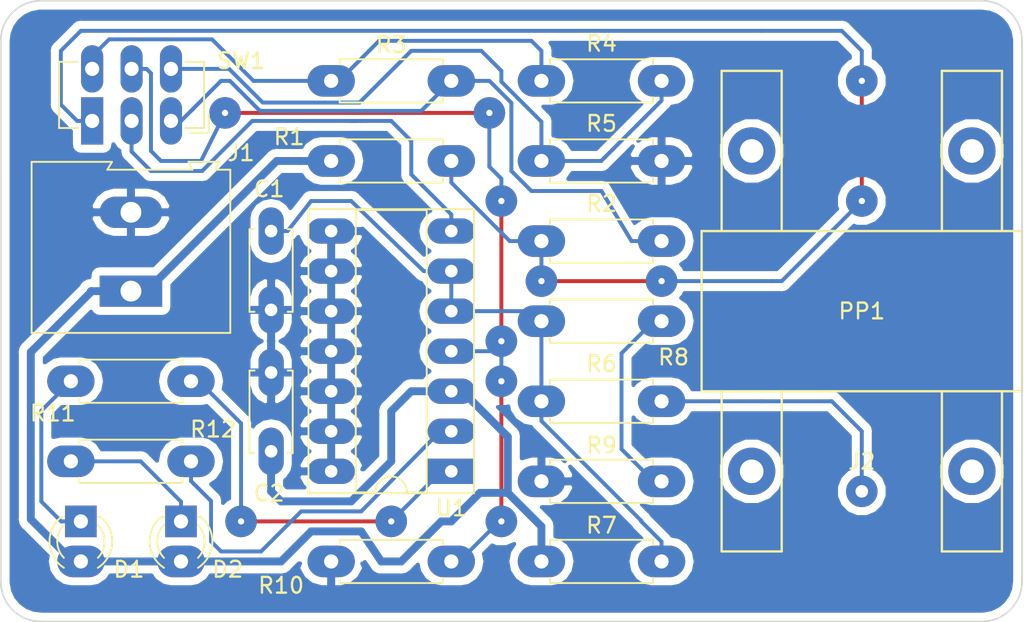
<source format=kicad_pcb>
(kicad_pcb (version 20171130) (host pcbnew "(5.0.1)-4")

  (general
    (thickness 1.6)
    (drawings 12)
    (tracks 189)
    (zones 0)
    (modules 21)
    (nets 16)
  )

  (page A4)
  (title_block
    (title "Ponta de Prova Lógica")
    (date 2019-02-16)
    (rev 02)
    (company "ETE102 - Fundamentos de Circuitos Digitais")
  )

  (layers
    (0 F.Cu signal)
    (31 B.Cu signal)
    (32 B.Adhes user)
    (33 F.Adhes user)
    (34 B.Paste user)
    (35 F.Paste user)
    (36 B.SilkS user)
    (37 F.SilkS user)
    (38 B.Mask user)
    (39 F.Mask user)
    (40 Dwgs.User user)
    (41 Cmts.User user)
    (42 Eco1.User user)
    (43 Eco2.User user)
    (44 Edge.Cuts user)
    (45 Margin user)
    (46 B.CrtYd user)
    (47 F.CrtYd user hide)
    (48 B.Fab user)
    (49 F.Fab user hide)
  )

  (setup
    (last_trace_width 0.25)
    (user_trace_width 0.5)
    (user_trace_width 0.75)
    (user_trace_width 1)
    (trace_clearance 0.25)
    (zone_clearance 0.508)
    (zone_45_only yes)
    (trace_min 0.25)
    (segment_width 0.2)
    (edge_width 0.1)
    (via_size 2)
    (via_drill 0.4)
    (via_min_size 0.6)
    (via_min_drill 0.4)
    (uvia_size 0.6)
    (uvia_drill 0.4)
    (uvias_allowed no)
    (uvia_min_size 0.2)
    (uvia_min_drill 0.1)
    (pcb_text_width 0.3)
    (pcb_text_size 1.5 1.5)
    (mod_edge_width 0.15)
    (mod_text_size 1 1)
    (mod_text_width 0.15)
    (pad_size 3 1.6)
    (pad_drill 0.8)
    (pad_to_mask_clearance 0)
    (solder_mask_min_width 0.25)
    (aux_axis_origin 0 0)
    (visible_elements 7FFFFFFF)
    (pcbplotparams
      (layerselection 0x010fc_ffffffff)
      (usegerberextensions false)
      (usegerberattributes false)
      (usegerberadvancedattributes false)
      (creategerberjobfile false)
      (excludeedgelayer true)
      (linewidth 0.100000)
      (plotframeref false)
      (viasonmask false)
      (mode 1)
      (useauxorigin false)
      (hpglpennumber 1)
      (hpglpenspeed 20)
      (hpglpendiameter 15.000000)
      (psnegative false)
      (psa4output false)
      (plotreference true)
      (plotvalue true)
      (plotinvisibletext false)
      (padsonsilk false)
      (subtractmaskfromsilk false)
      (outputformat 1)
      (mirror false)
      (drillshape 0)
      (scaleselection 1)
      (outputdirectory "gerber/"))
  )

  (net 0 "")
  (net 1 GND)
  (net 2 "Net-(C1-Pad1)")
  (net 3 "Net-(D1-Pad1)")
  (net 4 "Net-(D2-Pad1)")
  (net 5 "Net-(R1-Pad2)")
  (net 6 "Net-(R3-Pad2)")
  (net 7 "Net-(R4-Pad2)")
  (net 8 "Net-(R8-Pad2)")
  (net 9 VCC)
  (net 10 "Net-(J2-Pad1)")
  (net 11 "Net-(R2-Pad2)")
  (net 12 "Net-(R10-Pad1)")
  (net 13 "Net-(R11-Pad2)")
  (net 14 "Net-(R12-Pad2)")
  (net 15 "Net-(SW1-Pad2)")

  (net_class Default "This is the default net class."
    (clearance 0.25)
    (trace_width 0.25)
    (via_dia 2)
    (via_drill 0.4)
    (uvia_dia 0.6)
    (uvia_drill 0.4)
    (diff_pair_gap 0.25)
    (diff_pair_width 0.25)
    (add_net GND)
    (add_net "Net-(C1-Pad1)")
    (add_net "Net-(D1-Pad1)")
    (add_net "Net-(D2-Pad1)")
    (add_net "Net-(J2-Pad1)")
    (add_net "Net-(R1-Pad2)")
    (add_net "Net-(R10-Pad1)")
    (add_net "Net-(R11-Pad2)")
    (add_net "Net-(R12-Pad2)")
    (add_net "Net-(R2-Pad2)")
    (add_net "Net-(R3-Pad2)")
    (add_net "Net-(R4-Pad2)")
    (add_net "Net-(R8-Pad2)")
    (add_net "Net-(SW1-Pad2)")
  )

  (net_class Vcc ""
    (clearance 0.25)
    (trace_width 0.5)
    (via_dia 2)
    (via_drill 0.4)
    (uvia_dia 0.6)
    (uvia_drill 0.4)
    (diff_pair_gap 0.25)
    (diff_pair_width 0.5)
    (add_net VCC)
  )

  (module Resistor_THT:R_Axial_DIN0207_L6.3mm_D2.5mm_P7.62mm_Horizontal (layer F.Cu) (tedit 5AE5139B) (tstamp 5C6EA0E7)
    (at 158.115 86.36 180)
    (descr "Resistor, Axial_DIN0207 series, Axial, Horizontal, pin pitch=7.62mm, 0.25W = 1/4W, length*diameter=6.3*2.5mm^2, http://cdn-reichelt.de/documents/datenblatt/B400/1_4W%23YAG.pdf")
    (tags "Resistor Axial_DIN0207 series Axial Horizontal pin pitch 7.62mm 0.25W = 1/4W length 6.3mm diameter 2.5mm")
    (path /5BBF043F)
    (fp_text reference R3 (at 3.81 2.286 180) (layer F.SilkS)
      (effects (font (size 1 1) (thickness 0.15)))
    )
    (fp_text value 22k (at 3.81 2.37 180) (layer F.Fab)
      (effects (font (size 1 1) (thickness 0.15)))
    )
    (fp_line (start 0.66 -1.25) (end 0.66 1.25) (layer F.Fab) (width 0.1))
    (fp_line (start 0.66 1.25) (end 6.96 1.25) (layer F.Fab) (width 0.1))
    (fp_line (start 6.96 1.25) (end 6.96 -1.25) (layer F.Fab) (width 0.1))
    (fp_line (start 6.96 -1.25) (end 0.66 -1.25) (layer F.Fab) (width 0.1))
    (fp_line (start 0 0) (end 0.66 0) (layer F.Fab) (width 0.1))
    (fp_line (start 7.62 0) (end 6.96 0) (layer F.Fab) (width 0.1))
    (fp_line (start 0.54 -1.04) (end 0.54 -1.37) (layer F.SilkS) (width 0.12))
    (fp_line (start 0.54 -1.37) (end 7.08 -1.37) (layer F.SilkS) (width 0.12))
    (fp_line (start 7.08 -1.37) (end 7.08 -1.04) (layer F.SilkS) (width 0.12))
    (fp_line (start 0.54 1.04) (end 0.54 1.37) (layer F.SilkS) (width 0.12))
    (fp_line (start 0.54 1.37) (end 7.08 1.37) (layer F.SilkS) (width 0.12))
    (fp_line (start 7.08 1.37) (end 7.08 1.04) (layer F.SilkS) (width 0.12))
    (fp_line (start -1.05 -1.5) (end -1.05 1.5) (layer F.CrtYd) (width 0.05))
    (fp_line (start -1.05 1.5) (end 8.67 1.5) (layer F.CrtYd) (width 0.05))
    (fp_line (start 8.67 1.5) (end 8.67 -1.5) (layer F.CrtYd) (width 0.05))
    (fp_line (start 8.67 -1.5) (end -1.05 -1.5) (layer F.CrtYd) (width 0.05))
    (fp_text user %R (at 3.81 0 180) (layer F.Fab)
      (effects (font (size 1 1) (thickness 0.15)))
    )
    (pad 1 thru_hole oval (at 0 0 180) (size 3 2) (drill 0.9) (layers *.Cu *.Mask)
      (net 11 "Net-(R2-Pad2)"))
    (pad 2 thru_hole oval (at 7.62 0 180) (size 3 2) (drill 0.9) (layers *.Cu *.Mask)
      (net 6 "Net-(R3-Pad2)"))
    (model ${KISYS3DMOD}/Resistor_THT.3dshapes/R_Axial_DIN0207_L6.3mm_D2.5mm_P7.62mm_Horizontal.wrl
      (at (xyz 0 0 0))
      (scale (xyz 1 1 1))
      (rotate (xyz 0 0 0))
    )
  )

  (module Package_DIP:DIP-14_W7.62mm_Socket_LongPads (layer F.Cu) (tedit 5C6C91DE) (tstamp 5C74FA5F)
    (at 158.115 111.125 180)
    (descr "14-lead though-hole mounted DIP package, row spacing 7.62 mm (300 mils), Socket, LongPads")
    (tags "THT DIP DIL PDIP 2.54mm 7.62mm 300mil Socket LongPads")
    (path /5C687D17)
    (fp_text reference U1 (at 0 -2.33 180) (layer F.SilkS)
      (effects (font (size 1 1) (thickness 0.15)))
    )
    (fp_text value LM339 (at 3.81 17.57 180) (layer F.Fab)
      (effects (font (size 1 1) (thickness 0.15)))
    )
    (fp_text user %R (at 3.81 7.62 180) (layer F.Fab)
      (effects (font (size 1 1) (thickness 0.15)))
    )
    (fp_line (start 9.15 -1.6) (end -1.55 -1.6) (layer F.CrtYd) (width 0.05))
    (fp_line (start 9.15 16.85) (end 9.15 -1.6) (layer F.CrtYd) (width 0.05))
    (fp_line (start -1.55 16.85) (end 9.15 16.85) (layer F.CrtYd) (width 0.05))
    (fp_line (start -1.55 -1.6) (end -1.55 16.85) (layer F.CrtYd) (width 0.05))
    (fp_line (start 9.06 -1.39) (end -1.44 -1.39) (layer F.SilkS) (width 0.12))
    (fp_line (start 9.06 16.63) (end 9.06 -1.39) (layer F.SilkS) (width 0.12))
    (fp_line (start -1.44 16.63) (end 9.06 16.63) (layer F.SilkS) (width 0.12))
    (fp_line (start -1.44 -1.39) (end -1.44 16.63) (layer F.SilkS) (width 0.12))
    (fp_line (start 6.06 -1.33) (end 4.81 -1.33) (layer F.SilkS) (width 0.12))
    (fp_line (start 6.06 16.57) (end 6.06 -1.33) (layer F.SilkS) (width 0.12))
    (fp_line (start 1.56 16.57) (end 6.06 16.57) (layer F.SilkS) (width 0.12))
    (fp_line (start 1.56 -1.33) (end 1.56 16.57) (layer F.SilkS) (width 0.12))
    (fp_line (start 2.81 -1.33) (end 1.56 -1.33) (layer F.SilkS) (width 0.12))
    (fp_line (start 8.89 -1.33) (end -1.27 -1.33) (layer F.Fab) (width 0.1))
    (fp_line (start 8.89 16.57) (end 8.89 -1.33) (layer F.Fab) (width 0.1))
    (fp_line (start -1.27 16.57) (end 8.89 16.57) (layer F.Fab) (width 0.1))
    (fp_line (start -1.27 -1.33) (end -1.27 16.57) (layer F.Fab) (width 0.1))
    (fp_line (start 0.635 -0.27) (end 1.635 -1.27) (layer F.Fab) (width 0.1))
    (fp_line (start 0.635 16.51) (end 0.635 -0.27) (layer F.Fab) (width 0.1))
    (fp_line (start 6.985 16.51) (end 0.635 16.51) (layer F.Fab) (width 0.1))
    (fp_line (start 6.985 -1.27) (end 6.985 16.51) (layer F.Fab) (width 0.1))
    (fp_line (start 1.635 -1.27) (end 6.985 -1.27) (layer F.Fab) (width 0.1))
    (fp_arc (start 3.81 -1.33) (end 2.81 -1.33) (angle -180) (layer F.SilkS) (width 0.12))
    (pad 14 thru_hole oval (at 7.62 0 180) (size 3 1.6) (drill 0.8) (layers *.Cu *.Mask)
      (net 1 GND))
    (pad 7 thru_hole oval (at 0 15.24 180) (size 3 1.6) (drill 0.8) (layers *.Cu *.Mask)
      (net 15 "Net-(SW1-Pad2)"))
    (pad 13 thru_hole oval (at 7.62 2.54 180) (size 3 1.6) (drill 0.8) (layers *.Cu *.Mask)
      (net 1 GND))
    (pad 6 thru_hole oval (at 0 12.7 180) (size 3 1.6) (drill 0.8) (layers *.Cu *.Mask)
      (net 2 "Net-(C1-Pad1)"))
    (pad 12 thru_hole oval (at 7.62 5.08 180) (size 3 1.6) (drill 0.8) (layers *.Cu *.Mask)
      (net 1 GND))
    (pad 5 thru_hole oval (at 0 10.16 180) (size 3 1.6) (drill 0.8) (layers *.Cu *.Mask)
      (net 2 "Net-(C1-Pad1)"))
    (pad 11 thru_hole oval (at 7.62 7.62 180) (size 3 1.6) (drill 0.8) (layers *.Cu *.Mask)
      (net 1 GND))
    (pad 4 thru_hole oval (at 0 7.62 180) (size 3 1.6) (drill 0.8) (layers *.Cu *.Mask)
      (net 12 "Net-(R10-Pad1)"))
    (pad 10 thru_hole oval (at 7.62 10.16 180) (size 3 1.6) (drill 0.8) (layers *.Cu *.Mask)
      (net 1 GND))
    (pad 3 thru_hole oval (at 0 5.08 180) (size 3 1.6) (drill 0.8) (layers *.Cu *.Mask)
      (net 9 VCC))
    (pad 9 thru_hole oval (at 7.62 12.7 180) (size 3 1.6) (drill 0.8) (layers *.Cu *.Mask)
      (net 1 GND))
    (pad 2 thru_hole oval (at 0 2.54 180) (size 3 1.6) (drill 0.8) (layers *.Cu *.Mask)
      (net 14 "Net-(R12-Pad2)"))
    (pad 8 thru_hole oval (at 7.62 15.24 180) (size 3 1.6) (drill 0.8) (layers *.Cu *.Mask)
      (net 1 GND))
    (pad 1 thru_hole rect (at 0 0 180) (size 3 1.6) (drill 0.8) (layers *.Cu *.Mask)
      (net 13 "Net-(R11-Pad2)"))
    (model ${KISYS3DMOD}/Package_DIP.3dshapes/DIP-14_W7.62mm_Socket.wrl
      (at (xyz 0 0 0))
      (scale (xyz 1 1 1))
      (rotate (xyz 0 0 0))
    )
  )

  (module Capacitor_THT:C_Disc_D5.0mm_W2.5mm_P5.00mm (layer F.Cu) (tedit 5C69783E) (tstamp 5C74F86E)
    (at 146.685 109.855 90)
    (descr "C, Disc series, Radial, pin pitch=5.00mm, , diameter*width=5*2.5mm^2, Capacitor, http://cdn-reichelt.de/documents/datenblatt/B300/DS_KERKO_TC.pdf")
    (tags "C Disc series Radial pin pitch 5.00mm  diameter 5mm width 2.5mm Capacitor")
    (path /5C70F6AE)
    (fp_text reference C2 (at -2.667 -0.127 180) (layer F.SilkS)
      (effects (font (size 1 1) (thickness 0.15)))
    )
    (fp_text value 100nF (at 2.5 2.5 90) (layer F.Fab)
      (effects (font (size 1 1) (thickness 0.15)))
    )
    (fp_text user %R (at 2.5 0 90) (layer F.Fab)
      (effects (font (size 1 1) (thickness 0.15)))
    )
    (fp_line (start 6.05 -1.5) (end -1.05 -1.5) (layer F.CrtYd) (width 0.05))
    (fp_line (start 6.05 1.5) (end 6.05 -1.5) (layer F.CrtYd) (width 0.05))
    (fp_line (start -1.05 1.5) (end 6.05 1.5) (layer F.CrtYd) (width 0.05))
    (fp_line (start -1.05 -1.5) (end -1.05 1.5) (layer F.CrtYd) (width 0.05))
    (fp_line (start 5.12 1.055) (end 5.12 1.37) (layer F.SilkS) (width 0.12))
    (fp_line (start 5.12 -1.37) (end 5.12 -1.055) (layer F.SilkS) (width 0.12))
    (fp_line (start -0.12 1.055) (end -0.12 1.37) (layer F.SilkS) (width 0.12))
    (fp_line (start -0.12 -1.37) (end -0.12 -1.055) (layer F.SilkS) (width 0.12))
    (fp_line (start -0.12 1.37) (end 5.12 1.37) (layer F.SilkS) (width 0.12))
    (fp_line (start -0.12 -1.37) (end 5.12 -1.37) (layer F.SilkS) (width 0.12))
    (fp_line (start 5 -1.25) (end 0 -1.25) (layer F.Fab) (width 0.1))
    (fp_line (start 5 1.25) (end 5 -1.25) (layer F.Fab) (width 0.1))
    (fp_line (start 0 1.25) (end 5 1.25) (layer F.Fab) (width 0.1))
    (fp_line (start 0 -1.25) (end 0 1.25) (layer F.Fab) (width 0.1))
    (pad 2 thru_hole oval (at 5 0 90) (size 3 1.6) (drill 0.8) (layers *.Cu *.Mask)
      (net 1 GND))
    (pad 1 thru_hole oval (at 0 0 90) (size 3 1.6) (drill 0.8) (layers *.Cu *.Mask)
      (net 9 VCC))
    (model ${KISYS3DMOD}/Capacitor_THT.3dshapes/C_Disc_D5.0mm_W2.5mm_P5.00mm.wrl
      (at (xyz 0 0 0))
      (scale (xyz 1 1 1))
      (rotate (xyz 0 0 0))
    )
  )

  (module Capacitor_THT:C_Disc_D5.0mm_W2.5mm_P5.00mm (layer F.Cu) (tedit 5AE50EF0) (tstamp 5C68A170)
    (at 146.685 95.885 270)
    (descr "C, Disc series, Radial, pin pitch=5.00mm, , diameter*width=5*2.5mm^2, Capacitor, http://cdn-reichelt.de/documents/datenblatt/B300/DS_KERKO_TC.pdf")
    (tags "C Disc series Radial pin pitch 5.00mm  diameter 5mm width 2.5mm Capacitor")
    (path /5BBF9380)
    (fp_text reference C1 (at -2.667 0.127) (layer F.SilkS)
      (effects (font (size 1 1) (thickness 0.15)))
    )
    (fp_text value 10nF (at 2.5 2.5 270) (layer F.Fab)
      (effects (font (size 1 1) (thickness 0.15)))
    )
    (fp_line (start 0 -1.25) (end 0 1.25) (layer F.Fab) (width 0.1))
    (fp_line (start 0 1.25) (end 5 1.25) (layer F.Fab) (width 0.1))
    (fp_line (start 5 1.25) (end 5 -1.25) (layer F.Fab) (width 0.1))
    (fp_line (start 5 -1.25) (end 0 -1.25) (layer F.Fab) (width 0.1))
    (fp_line (start -0.12 -1.37) (end 5.12 -1.37) (layer F.SilkS) (width 0.12))
    (fp_line (start -0.12 1.37) (end 5.12 1.37) (layer F.SilkS) (width 0.12))
    (fp_line (start -0.12 -1.37) (end -0.12 -1.055) (layer F.SilkS) (width 0.12))
    (fp_line (start -0.12 1.055) (end -0.12 1.37) (layer F.SilkS) (width 0.12))
    (fp_line (start 5.12 -1.37) (end 5.12 -1.055) (layer F.SilkS) (width 0.12))
    (fp_line (start 5.12 1.055) (end 5.12 1.37) (layer F.SilkS) (width 0.12))
    (fp_line (start -1.05 -1.5) (end -1.05 1.5) (layer F.CrtYd) (width 0.05))
    (fp_line (start -1.05 1.5) (end 6.05 1.5) (layer F.CrtYd) (width 0.05))
    (fp_line (start 6.05 1.5) (end 6.05 -1.5) (layer F.CrtYd) (width 0.05))
    (fp_line (start 6.05 -1.5) (end -1.05 -1.5) (layer F.CrtYd) (width 0.05))
    (fp_text user %R (at 2.5 0 270) (layer F.Fab)
      (effects (font (size 1 1) (thickness 0.15)))
    )
    (pad 1 thru_hole oval (at 0 0 270) (size 3 1.6) (drill 0.8) (layers *.Cu *.Mask)
      (net 2 "Net-(C1-Pad1)"))
    (pad 2 thru_hole oval (at 5 0 270) (size 3 1.6) (drill 0.8) (layers *.Cu *.Mask)
      (net 1 GND))
    (model ${KISYS3DMOD}/Capacitor_THT.3dshapes/C_Disc_D5.0mm_W2.5mm_P5.00mm.wrl
      (at (xyz 0 0 0))
      (scale (xyz 1 1 1))
      (rotate (xyz 0 0 0))
    )
  )

  (module ponta-de-prova-fixacao-20mm-x-10mm-x-10mm (layer F.Cu) (tedit 5C6C8FD7) (tstamp 5C6A1005)
    (at 173.99 106.045 90)
    (fp_text reference PP1 (at 5.08 10.16 180) (layer F.SilkS)
      (effects (font (size 1 1) (thickness 0.15)))
    )
    (fp_text value ponta-de-prova-fixacao-20mm-x-10mm-x-10mm (at 3.81 -1.27 90) (layer F.Fab) hide
      (effects (font (size 1 1) (thickness 0.15)))
    )
    (fp_line (start 0 0) (end 0 20.32) (layer F.SilkS) (width 0.15))
    (fp_line (start 0 20.32) (end 10.16 20.32) (layer F.SilkS) (width 0.15))
    (fp_line (start 10.16 20.32) (end 10.16 0) (layer F.SilkS) (width 0.15))
    (fp_line (start 10.16 0) (end 0 0) (layer F.SilkS) (width 0.15))
    (fp_line (start 0 1.27) (end -10.16 1.27) (layer F.SilkS) (width 0.15))
    (fp_line (start -10.16 1.27) (end -10.16 5.08) (layer F.SilkS) (width 0.15))
    (fp_line (start -10.16 5.08) (end 0 5.08) (layer F.SilkS) (width 0.15))
    (fp_line (start 0 15.24) (end -10.16 15.24) (layer F.SilkS) (width 0.15))
    (fp_line (start -10.16 19.05) (end 0 19.05) (layer F.SilkS) (width 0.15))
    (fp_line (start -10.16 15.24) (end -10.16 19.05) (layer F.SilkS) (width 0.15))
    (fp_line (start 10.16 5.08) (end 20.32 5.08) (layer F.SilkS) (width 0.15))
    (fp_line (start 20.32 1.27) (end 10.16 1.27) (layer F.SilkS) (width 0.15))
    (fp_line (start 20.32 5.08) (end 20.32 1.27) (layer F.SilkS) (width 0.15))
    (fp_line (start 10.16 19.05) (end 20.32 19.05) (layer F.SilkS) (width 0.15))
    (fp_line (start 20.32 15.24) (end 10.16 15.24) (layer F.SilkS) (width 0.15))
    (fp_line (start 20.32 19.05) (end 20.32 15.24) (layer F.SilkS) (width 0.15))
    (fp_line (start -10.287 1.143) (end -10.287 5.207) (layer F.CrtYd) (width 0.05))
    (fp_line (start -10.287 5.207) (end -0.127 5.207) (layer F.CrtYd) (width 0.05))
    (fp_line (start -0.127 5.207) (end -0.127 15.113) (layer F.CrtYd) (width 0.05))
    (fp_line (start -0.127 15.113) (end -10.287 15.113) (layer F.CrtYd) (width 0.05))
    (fp_line (start -10.287 15.113) (end -10.287 19.177) (layer F.CrtYd) (width 0.05))
    (fp_line (start -10.287 19.177) (end -0.127 19.177) (layer F.CrtYd) (width 0.05))
    (fp_line (start 20.447 19.177) (end 20.447 15.113) (layer F.CrtYd) (width 0.05))
    (fp_line (start 20.447 15.113) (end 10.287 15.113) (layer F.CrtYd) (width 0.05))
    (fp_line (start 10.287 15.113) (end 10.287 5.207) (layer F.CrtYd) (width 0.05))
    (fp_line (start 10.287 5.207) (end 20.447 5.207) (layer F.CrtYd) (width 0.05))
    (fp_line (start 20.447 5.207) (end 20.447 1.143) (layer F.CrtYd) (width 0.05))
    (fp_line (start 20.447 1.143) (end 10.287 1.143) (layer F.CrtYd) (width 0.05))
    (fp_line (start -0.127 19.177) (end -0.127 20.447) (layer F.CrtYd) (width 0.05))
    (fp_line (start 20.447 19.177) (end 10.287 19.177) (layer F.CrtYd) (width 0.05))
    (fp_line (start 10.287 20.447) (end 10.287 19.177) (layer F.CrtYd) (width 0.05))
    (fp_line (start -0.127 20.447) (end 10.287 20.447) (layer F.CrtYd) (width 0.05))
    (fp_line (start 10.287 1.143) (end 10.287 -0.127) (layer F.CrtYd) (width 0.05))
    (fp_line (start 10.287 -0.127) (end -0.127 -0.127) (layer F.CrtYd) (width 0.05))
    (fp_line (start -0.127 -0.127) (end -0.127 1.143) (layer F.CrtYd) (width 0.05))
    (fp_line (start -10.287 1.143) (end -0.127 1.143) (layer F.CrtYd) (width 0.05))
    (pad 1 thru_hole circle (at -5.08 3.175 90) (size 3 3) (drill 1.5) (layers *.Cu *.Mask))
    (pad 2 thru_hole circle (at -5.08 17.145 90) (size 3 3) (drill 1.5) (layers *.Cu *.Mask))
    (pad 3 thru_hole circle (at 15.24 3.175 90) (size 3 3) (drill 1.5) (layers *.Cu *.Mask))
    (pad 4 thru_hole circle (at 15.24 17.145 90) (size 3 3) (drill 1.5) (layers *.Cu *.Mask))
  )

  (module Resistor_THT:R_Axial_DIN0207_L6.3mm_D2.5mm_P7.62mm_Horizontal (layer F.Cu) (tedit 5AE5139B) (tstamp 5C74F9BD)
    (at 163.83 101.6)
    (descr "Resistor, Axial_DIN0207 series, Axial, Horizontal, pin pitch=7.62mm, 0.25W = 1/4W, length*diameter=6.3*2.5mm^2, http://cdn-reichelt.de/documents/datenblatt/B400/1_4W%23YAG.pdf")
    (tags "Resistor Axial_DIN0207 series Axial Horizontal pin pitch 7.62mm 0.25W = 1/4W length 6.3mm diameter 2.5mm")
    (path /5BBF04AF)
    (fp_text reference R8 (at 8.382 2.286) (layer F.SilkS)
      (effects (font (size 1 1) (thickness 0.15)))
    )
    (fp_text value 680k (at 3.81 2.37) (layer F.Fab)
      (effects (font (size 1 1) (thickness 0.15)))
    )
    (fp_text user %R (at 3.81 0) (layer F.Fab)
      (effects (font (size 1 1) (thickness 0.15)))
    )
    (fp_line (start 8.67 -1.5) (end -1.05 -1.5) (layer F.CrtYd) (width 0.05))
    (fp_line (start 8.67 1.5) (end 8.67 -1.5) (layer F.CrtYd) (width 0.05))
    (fp_line (start -1.05 1.5) (end 8.67 1.5) (layer F.CrtYd) (width 0.05))
    (fp_line (start -1.05 -1.5) (end -1.05 1.5) (layer F.CrtYd) (width 0.05))
    (fp_line (start 7.08 1.37) (end 7.08 1.04) (layer F.SilkS) (width 0.12))
    (fp_line (start 0.54 1.37) (end 7.08 1.37) (layer F.SilkS) (width 0.12))
    (fp_line (start 0.54 1.04) (end 0.54 1.37) (layer F.SilkS) (width 0.12))
    (fp_line (start 7.08 -1.37) (end 7.08 -1.04) (layer F.SilkS) (width 0.12))
    (fp_line (start 0.54 -1.37) (end 7.08 -1.37) (layer F.SilkS) (width 0.12))
    (fp_line (start 0.54 -1.04) (end 0.54 -1.37) (layer F.SilkS) (width 0.12))
    (fp_line (start 7.62 0) (end 6.96 0) (layer F.Fab) (width 0.1))
    (fp_line (start 0 0) (end 0.66 0) (layer F.Fab) (width 0.1))
    (fp_line (start 6.96 -1.25) (end 0.66 -1.25) (layer F.Fab) (width 0.1))
    (fp_line (start 6.96 1.25) (end 6.96 -1.25) (layer F.Fab) (width 0.1))
    (fp_line (start 0.66 1.25) (end 6.96 1.25) (layer F.Fab) (width 0.1))
    (fp_line (start 0.66 -1.25) (end 0.66 1.25) (layer F.Fab) (width 0.1))
    (pad 2 thru_hole oval (at 7.62 0) (size 3 2) (drill 0.9) (layers *.Cu *.Mask)
      (net 8 "Net-(R8-Pad2)"))
    (pad 1 thru_hole oval (at 0 0) (size 3 2) (drill 0.9) (layers *.Cu *.Mask)
      (net 2 "Net-(C1-Pad1)"))
    (model ${KISYS3DMOD}/Resistor_THT.3dshapes/R_Axial_DIN0207_L6.3mm_D2.5mm_P7.62mm_Horizontal.wrl
      (at (xyz 0 0 0))
      (scale (xyz 1 1 1))
      (rotate (xyz 0 0 0))
    )
  )

  (module LED_THT:LED_D3.0mm (layer F.Cu) (tedit 5C696A97) (tstamp 5C74F881)
    (at 134.62 114.3 270)
    (descr "LED, diameter 3.0mm, 2 pins")
    (tags "LED diameter 3.0mm 2 pins")
    (path /5BBF0DAA)
    (fp_text reference D1 (at 3.048 -3.048) (layer F.SilkS)
      (effects (font (size 1 1) (thickness 0.15)))
    )
    (fp_text value "LED ALTO" (at 1.27 2.96 270) (layer F.Fab)
      (effects (font (size 1 1) (thickness 0.15)))
    )
    (fp_arc (start 1.27 0) (end -0.23 -1.16619) (angle 284.3) (layer F.Fab) (width 0.1))
    (fp_arc (start 1.27 0) (end -0.29 -1.235516) (angle 108.8) (layer F.SilkS) (width 0.12))
    (fp_arc (start 1.27 0) (end -0.29 1.235516) (angle -108.8) (layer F.SilkS) (width 0.12))
    (fp_arc (start 1.27 0) (end 0.229039 -1.08) (angle 87.9) (layer F.SilkS) (width 0.12))
    (fp_arc (start 1.27 0) (end 0.229039 1.08) (angle -87.9) (layer F.SilkS) (width 0.12))
    (fp_circle (center 1.27 0) (end 2.77 0) (layer F.Fab) (width 0.1))
    (fp_line (start -0.23 -1.16619) (end -0.23 1.16619) (layer F.Fab) (width 0.1))
    (fp_line (start -0.29 -1.236) (end -0.29 -1.08) (layer F.SilkS) (width 0.12))
    (fp_line (start -0.29 1.08) (end -0.29 1.236) (layer F.SilkS) (width 0.12))
    (fp_line (start -1.15 -2.25) (end -1.15 2.25) (layer F.CrtYd) (width 0.05))
    (fp_line (start -1.15 2.25) (end 3.7 2.25) (layer F.CrtYd) (width 0.05))
    (fp_line (start 3.7 2.25) (end 3.7 -2.25) (layer F.CrtYd) (width 0.05))
    (fp_line (start 3.7 -2.25) (end -1.15 -2.25) (layer F.CrtYd) (width 0.05))
    (pad 1 thru_hole rect (at 0 0 270) (size 2 2) (drill 0.9) (layers *.Cu *.Mask)
      (net 3 "Net-(D1-Pad1)"))
    (pad 2 thru_hole oval (at 2.54 0 270) (size 2 3) (drill 0.9) (layers *.Cu *.Mask)
      (net 9 VCC))
    (model ${KISYS3DMOD}/LED_THT.3dshapes/LED_D3.0mm.wrl
      (offset (xyz 0 0 -3.25))
      (scale (xyz 1 1 1))
      (rotate (xyz 0 0 0))
    )
  )

  (module LED_THT:LED_D3.0mm (layer F.Cu) (tedit 587A3A7B) (tstamp 5C74F894)
    (at 140.97 114.3 270)
    (descr "LED, diameter 3.0mm, 2 pins")
    (tags "LED diameter 3.0mm 2 pins")
    (path /5BBF0E71)
    (fp_text reference D2 (at 3.048 -2.96) (layer F.SilkS)
      (effects (font (size 1 1) (thickness 0.15)))
    )
    (fp_text value "LED BAIXO" (at 1.27 2.96 270) (layer F.Fab)
      (effects (font (size 1 1) (thickness 0.15)))
    )
    (fp_line (start 3.7 -2.25) (end -1.15 -2.25) (layer F.CrtYd) (width 0.05))
    (fp_line (start 3.7 2.25) (end 3.7 -2.25) (layer F.CrtYd) (width 0.05))
    (fp_line (start -1.15 2.25) (end 3.7 2.25) (layer F.CrtYd) (width 0.05))
    (fp_line (start -1.15 -2.25) (end -1.15 2.25) (layer F.CrtYd) (width 0.05))
    (fp_line (start -0.29 1.08) (end -0.29 1.236) (layer F.SilkS) (width 0.12))
    (fp_line (start -0.29 -1.236) (end -0.29 -1.08) (layer F.SilkS) (width 0.12))
    (fp_line (start -0.23 -1.16619) (end -0.23 1.16619) (layer F.Fab) (width 0.1))
    (fp_circle (center 1.27 0) (end 2.77 0) (layer F.Fab) (width 0.1))
    (fp_arc (start 1.27 0) (end 0.229039 1.08) (angle -87.9) (layer F.SilkS) (width 0.12))
    (fp_arc (start 1.27 0) (end 0.229039 -1.08) (angle 87.9) (layer F.SilkS) (width 0.12))
    (fp_arc (start 1.27 0) (end -0.29 1.235516) (angle -108.8) (layer F.SilkS) (width 0.12))
    (fp_arc (start 1.27 0) (end -0.29 -1.235516) (angle 108.8) (layer F.SilkS) (width 0.12))
    (fp_arc (start 1.27 0) (end -0.23 -1.16619) (angle 284.3) (layer F.Fab) (width 0.1))
    (pad 2 thru_hole oval (at 2.54 0 270) (size 2 3) (drill 0.9) (layers *.Cu *.Mask)
      (net 9 VCC))
    (pad 1 thru_hole rect (at 0 0 270) (size 2 2) (drill 0.9) (layers *.Cu *.Mask)
      (net 4 "Net-(D2-Pad1)"))
    (model ${KISYS3DMOD}/LED_THT.3dshapes/LED_D3.0mm.wrl
      (offset (xyz 0 0 -3.25))
      (scale (xyz 1 1 1))
      (rotate (xyz 0 0 0))
    )
  )

  (module TerminalBlock:TerminalBlock_Altech_AK300-2_P5.00mm (layer F.Cu) (tedit 59FF0306) (tstamp 5C7505B9)
    (at 137.795 99.695 90)
    (descr "Altech AK300 terminal block, pitch 5.0mm, 45 degree angled, see http://www.mouser.com/ds/2/16/PCBMETRC-24178.pdf")
    (tags "Altech AK300 terminal block pitch 5.0mm")
    (path /5BD755FA)
    (fp_text reference J1 (at 8.763 6.985 180) (layer F.SilkS)
      (effects (font (size 1 1) (thickness 0.15)))
    )
    (fp_text value Conn_01x02 (at 2.78 7.75 90) (layer F.Fab)
      (effects (font (size 1 1) (thickness 0.15)))
    )
    (fp_arc (start -1.13 -4.65) (end -1.42 -4.13) (angle 104.2) (layer F.Fab) (width 0.1))
    (fp_arc (start -0.01 -3.71) (end -1.62 -5) (angle 100) (layer F.Fab) (width 0.1))
    (fp_arc (start 0.06 -6.07) (end 1.53 -4.12) (angle 75.5) (layer F.Fab) (width 0.1))
    (fp_arc (start 1.03 -4.59) (end 1.53 -5.05) (angle 90.5) (layer F.Fab) (width 0.1))
    (fp_arc (start 3.87 -4.65) (end 3.58 -4.13) (angle 104.2) (layer F.Fab) (width 0.1))
    (fp_arc (start 4.99 -3.71) (end 3.39 -5) (angle 100) (layer F.Fab) (width 0.1))
    (fp_arc (start 5.07 -6.07) (end 6.53 -4.12) (angle 75.5) (layer F.Fab) (width 0.1))
    (fp_arc (start 6.03 -4.59) (end 6.54 -5.05) (angle 90.5) (layer F.Fab) (width 0.1))
    (fp_line (start 8.36 6.47) (end -2.83 6.47) (layer F.CrtYd) (width 0.05))
    (fp_line (start 8.36 6.47) (end 8.36 -6.47) (layer F.CrtYd) (width 0.05))
    (fp_line (start -2.83 -6.47) (end -2.83 6.47) (layer F.CrtYd) (width 0.05))
    (fp_line (start -2.83 -6.47) (end 8.36 -6.47) (layer F.CrtYd) (width 0.05))
    (fp_line (start 3.36 -0.25) (end 6.67 -0.25) (layer F.Fab) (width 0.1))
    (fp_line (start 2.98 -0.25) (end 3.36 -0.25) (layer F.Fab) (width 0.1))
    (fp_line (start 7.05 -0.25) (end 6.67 -0.25) (layer F.Fab) (width 0.1))
    (fp_line (start 6.67 -0.64) (end 3.36 -0.64) (layer F.Fab) (width 0.1))
    (fp_line (start 7.61 -0.64) (end 6.67 -0.64) (layer F.Fab) (width 0.1))
    (fp_line (start 1.66 -0.64) (end 3.36 -0.64) (layer F.Fab) (width 0.1))
    (fp_line (start -1.64 -0.64) (end 1.66 -0.64) (layer F.Fab) (width 0.1))
    (fp_line (start -2.58 -0.64) (end -1.64 -0.64) (layer F.Fab) (width 0.1))
    (fp_line (start 1.66 -0.25) (end -1.64 -0.25) (layer F.Fab) (width 0.1))
    (fp_line (start 2.04 -0.25) (end 1.66 -0.25) (layer F.Fab) (width 0.1))
    (fp_line (start -2.02 -0.25) (end -1.64 -0.25) (layer F.Fab) (width 0.1))
    (fp_line (start -1.49 -4.32) (end 1.56 -4.95) (layer F.Fab) (width 0.1))
    (fp_line (start -1.62 -4.45) (end 1.44 -5.08) (layer F.Fab) (width 0.1))
    (fp_line (start 3.52 -4.32) (end 6.56 -4.95) (layer F.Fab) (width 0.1))
    (fp_line (start 3.39 -4.45) (end 6.44 -5.08) (layer F.Fab) (width 0.1))
    (fp_line (start 2.04 -5.97) (end -2.02 -5.97) (layer F.Fab) (width 0.1))
    (fp_line (start -2.02 -3.43) (end -2.02 -5.97) (layer F.Fab) (width 0.1))
    (fp_line (start 2.04 -3.43) (end -2.02 -3.43) (layer F.Fab) (width 0.1))
    (fp_line (start 2.04 -3.43) (end 2.04 -5.97) (layer F.Fab) (width 0.1))
    (fp_line (start 7.05 -3.43) (end 2.98 -3.43) (layer F.Fab) (width 0.1))
    (fp_line (start 7.05 -5.97) (end 7.05 -3.43) (layer F.Fab) (width 0.1))
    (fp_line (start 2.98 -5.97) (end 7.05 -5.97) (layer F.Fab) (width 0.1))
    (fp_line (start 2.98 -3.43) (end 2.98 -5.97) (layer F.Fab) (width 0.1))
    (fp_line (start 7.61 -3.17) (end 7.61 -1.65) (layer F.Fab) (width 0.1))
    (fp_line (start -2.58 -3.17) (end -2.58 -6.22) (layer F.Fab) (width 0.1))
    (fp_line (start -2.58 -3.17) (end 7.61 -3.17) (layer F.Fab) (width 0.1))
    (fp_line (start 7.61 -0.64) (end 7.61 4.06) (layer F.Fab) (width 0.1))
    (fp_line (start 7.61 -1.65) (end 7.61 -0.64) (layer F.Fab) (width 0.1))
    (fp_line (start -2.58 -0.64) (end -2.58 -3.17) (layer F.Fab) (width 0.1))
    (fp_line (start -2.58 6.22) (end -2.58 -0.64) (layer F.Fab) (width 0.1))
    (fp_line (start 6.67 0.51) (end 6.28 0.51) (layer F.Fab) (width 0.1))
    (fp_line (start 3.36 0.51) (end 3.74 0.51) (layer F.Fab) (width 0.1))
    (fp_line (start 1.66 0.51) (end 1.28 0.51) (layer F.Fab) (width 0.1))
    (fp_line (start -1.64 0.51) (end -1.26 0.51) (layer F.Fab) (width 0.1))
    (fp_line (start -1.64 3.68) (end -1.64 0.51) (layer F.Fab) (width 0.1))
    (fp_line (start 1.66 3.68) (end -1.64 3.68) (layer F.Fab) (width 0.1))
    (fp_line (start 1.66 3.68) (end 1.66 0.51) (layer F.Fab) (width 0.1))
    (fp_line (start 3.36 3.68) (end 3.36 0.51) (layer F.Fab) (width 0.1))
    (fp_line (start 6.67 3.68) (end 3.36 3.68) (layer F.Fab) (width 0.1))
    (fp_line (start 6.67 3.68) (end 6.67 0.51) (layer F.Fab) (width 0.1))
    (fp_line (start -2.02 4.32) (end -2.02 6.22) (layer F.Fab) (width 0.1))
    (fp_line (start 2.04 4.32) (end 2.04 -0.25) (layer F.Fab) (width 0.1))
    (fp_line (start 2.04 4.32) (end -2.02 4.32) (layer F.Fab) (width 0.1))
    (fp_line (start 7.05 4.32) (end 7.05 6.22) (layer F.Fab) (width 0.1))
    (fp_line (start 2.98 4.32) (end 2.98 -0.25) (layer F.Fab) (width 0.1))
    (fp_line (start 2.98 4.32) (end 7.05 4.32) (layer F.Fab) (width 0.1))
    (fp_line (start -2.02 6.22) (end 2.04 6.22) (layer F.Fab) (width 0.1))
    (fp_line (start -2.58 6.22) (end -2.02 6.22) (layer F.Fab) (width 0.1))
    (fp_line (start -2.02 -0.25) (end -2.02 4.32) (layer F.Fab) (width 0.1))
    (fp_line (start 2.04 6.22) (end 2.98 6.22) (layer F.Fab) (width 0.1))
    (fp_line (start 2.04 6.22) (end 2.04 4.32) (layer F.Fab) (width 0.1))
    (fp_line (start 7.05 6.22) (end 7.61 6.22) (layer F.Fab) (width 0.1))
    (fp_line (start 2.98 6.22) (end 7.05 6.22) (layer F.Fab) (width 0.1))
    (fp_line (start 7.05 -0.25) (end 7.05 4.32) (layer F.Fab) (width 0.1))
    (fp_line (start 2.98 6.22) (end 2.98 4.32) (layer F.Fab) (width 0.1))
    (fp_line (start 8.11 3.81) (end 8.11 5.46) (layer F.Fab) (width 0.1))
    (fp_line (start 7.61 4.06) (end 7.61 5.21) (layer F.Fab) (width 0.1))
    (fp_line (start 8.11 3.81) (end 7.61 4.06) (layer F.Fab) (width 0.1))
    (fp_line (start 7.61 5.21) (end 7.61 6.22) (layer F.Fab) (width 0.1))
    (fp_line (start 8.11 5.46) (end 7.61 5.21) (layer F.Fab) (width 0.1))
    (fp_line (start 8.11 -1.4) (end 7.61 -1.65) (layer F.Fab) (width 0.1))
    (fp_line (start 8.11 -6.22) (end 8.11 -1.4) (layer F.Fab) (width 0.1))
    (fp_line (start 7.61 -6.22) (end 8.11 -6.22) (layer F.Fab) (width 0.1))
    (fp_line (start 7.61 -6.22) (end -2.58 -6.22) (layer F.Fab) (width 0.1))
    (fp_line (start 7.61 -6.22) (end 7.61 -3.17) (layer F.Fab) (width 0.1))
    (fp_line (start 3.74 2.54) (end 3.74 -0.25) (layer F.Fab) (width 0.1))
    (fp_line (start 3.74 -0.25) (end 6.28 -0.25) (layer F.Fab) (width 0.1))
    (fp_line (start 6.28 2.54) (end 6.28 -0.25) (layer F.Fab) (width 0.1))
    (fp_line (start 3.74 2.54) (end 6.28 2.54) (layer F.Fab) (width 0.1))
    (fp_line (start -1.26 2.54) (end -1.26 -0.25) (layer F.Fab) (width 0.1))
    (fp_line (start -1.26 -0.25) (end 1.28 -0.25) (layer F.Fab) (width 0.1))
    (fp_line (start 1.28 2.54) (end 1.28 -0.25) (layer F.Fab) (width 0.1))
    (fp_line (start -1.26 2.54) (end 1.28 2.54) (layer F.Fab) (width 0.1))
    (fp_line (start 8.2 -6.3) (end -2.65 -6.3) (layer F.SilkS) (width 0.12))
    (fp_line (start 8.2 -1.2) (end 8.2 -6.3) (layer F.SilkS) (width 0.12))
    (fp_line (start 7.7 -1.5) (end 8.2 -1.2) (layer F.SilkS) (width 0.12))
    (fp_line (start 7.7 3.9) (end 7.7 -1.5) (layer F.SilkS) (width 0.12))
    (fp_line (start 8.2 3.65) (end 7.7 3.9) (layer F.SilkS) (width 0.12))
    (fp_line (start 8.2 3.7) (end 8.2 3.65) (layer F.SilkS) (width 0.12))
    (fp_line (start 8.2 5.6) (end 8.2 3.7) (layer F.SilkS) (width 0.12))
    (fp_line (start 7.7 5.35) (end 8.2 5.6) (layer F.SilkS) (width 0.12))
    (fp_line (start 7.7 6.3) (end 7.7 5.35) (layer F.SilkS) (width 0.12))
    (fp_line (start -2.65 6.3) (end 7.7 6.3) (layer F.SilkS) (width 0.12))
    (fp_line (start -2.65 -6.3) (end -2.65 6.3) (layer F.SilkS) (width 0.12))
    (fp_text user %R (at 2.5 -2 90) (layer F.Fab)
      (effects (font (size 1 1) (thickness 0.15)))
    )
    (pad 2 thru_hole oval (at 5 0 90) (size 1.98 3.96) (drill 1.32) (layers *.Cu *.Mask)
      (net 1 GND))
    (pad 1 thru_hole rect (at 0 0 90) (size 1.98 3.96) (drill 1.32) (layers *.Cu *.Mask)
      (net 9 VCC))
    (model ${KISYS3DMOD}/TerminalBlock.3dshapes/TerminalBlock_Altech_AK300-2_P5.00mm.wrl
      (at (xyz 0 0 0))
      (scale (xyz 1 1 1))
      (rotate (xyz 0 0 0))
    )
    (model /home/mpt/Documentos/KiCad-Bibliotecas-Extras/0-miscelaneas/weidmueller-KRE-2-vias-5mm.step
      (offset (xyz -2.5 5.25 -3.5))
      (scale (xyz 1 1 1))
      (rotate (xyz -90 0 0))
    )
    (model ${KIPRJMOD}/connector_terminal_block_02_vias_P5mm.step
      (offset (xyz -2.5 5.25 -3.5))
      (scale (xyz 1 1 1))
      (rotate (xyz -90 0 0))
    )
  )

  (module Connector_Wire:SolderWirePad_1x01_Drill0.8mm (layer F.Cu) (tedit 5A2676A0) (tstamp 5C68A3A2)
    (at 184.15 112.395 90)
    (descr "Wire solder connection")
    (tags connector)
    (path /5BBF1BCB)
    (attr virtual)
    (fp_text reference J2 (at 1.905 0 180) (layer F.SilkS)
      (effects (font (size 1 1) (thickness 0.15)))
    )
    (fp_text value "PONTA DE PROVA" (at 0 2.54 90) (layer F.Fab)
      (effects (font (size 1 1) (thickness 0.15)))
    )
    (fp_text user %R (at 0 0 90) (layer F.Fab)
      (effects (font (size 1 1) (thickness 0.15)))
    )
    (fp_line (start -1.5 -1.5) (end 1.5 -1.5) (layer F.CrtYd) (width 0.05))
    (fp_line (start -1.5 -1.5) (end -1.5 1.5) (layer F.CrtYd) (width 0.05))
    (fp_line (start 1.5 1.5) (end 1.5 -1.5) (layer F.CrtYd) (width 0.05))
    (fp_line (start 1.5 1.5) (end -1.5 1.5) (layer F.CrtYd) (width 0.05))
    (pad 1 thru_hole circle (at 0 0 90) (size 1.99898 1.99898) (drill 0.8001) (layers *.Cu *.Mask)
      (net 10 "Net-(J2-Pad1)"))
  )

  (module Resistor_THT:R_Axial_DIN0207_L6.3mm_D2.5mm_P7.62mm_Horizontal (layer F.Cu) (tedit 5AE5139B) (tstamp 5C74F91C)
    (at 150.495 91.44)
    (descr "Resistor, Axial_DIN0207 series, Axial, Horizontal, pin pitch=7.62mm, 0.25W = 1/4W, length*diameter=6.3*2.5mm^2, http://cdn-reichelt.de/documents/datenblatt/B400/1_4W%23YAG.pdf")
    (tags "Resistor Axial_DIN0207 series Axial Horizontal pin pitch 7.62mm 0.25W = 1/4W length 6.3mm diameter 2.5mm")
    (path /5BBF0ACE)
    (fp_text reference R1 (at -2.667 -1.524) (layer F.SilkS)
      (effects (font (size 1 1) (thickness 0.15)))
    )
    (fp_text value 47k (at 3.81 2.37) (layer F.Fab)
      (effects (font (size 1 1) (thickness 0.15)))
    )
    (fp_text user %R (at 3.81 0) (layer F.Fab)
      (effects (font (size 1 1) (thickness 0.15)))
    )
    (fp_line (start 8.67 -1.5) (end -1.05 -1.5) (layer F.CrtYd) (width 0.05))
    (fp_line (start 8.67 1.5) (end 8.67 -1.5) (layer F.CrtYd) (width 0.05))
    (fp_line (start -1.05 1.5) (end 8.67 1.5) (layer F.CrtYd) (width 0.05))
    (fp_line (start -1.05 -1.5) (end -1.05 1.5) (layer F.CrtYd) (width 0.05))
    (fp_line (start 7.08 1.37) (end 7.08 1.04) (layer F.SilkS) (width 0.12))
    (fp_line (start 0.54 1.37) (end 7.08 1.37) (layer F.SilkS) (width 0.12))
    (fp_line (start 0.54 1.04) (end 0.54 1.37) (layer F.SilkS) (width 0.12))
    (fp_line (start 7.08 -1.37) (end 7.08 -1.04) (layer F.SilkS) (width 0.12))
    (fp_line (start 0.54 -1.37) (end 7.08 -1.37) (layer F.SilkS) (width 0.12))
    (fp_line (start 0.54 -1.04) (end 0.54 -1.37) (layer F.SilkS) (width 0.12))
    (fp_line (start 7.62 0) (end 6.96 0) (layer F.Fab) (width 0.1))
    (fp_line (start 0 0) (end 0.66 0) (layer F.Fab) (width 0.1))
    (fp_line (start 6.96 -1.25) (end 0.66 -1.25) (layer F.Fab) (width 0.1))
    (fp_line (start 6.96 1.25) (end 6.96 -1.25) (layer F.Fab) (width 0.1))
    (fp_line (start 0.66 1.25) (end 6.96 1.25) (layer F.Fab) (width 0.1))
    (fp_line (start 0.66 -1.25) (end 0.66 1.25) (layer F.Fab) (width 0.1))
    (pad 2 thru_hole oval (at 7.62 0) (size 3 2) (drill 0.9) (layers *.Cu *.Mask)
      (net 5 "Net-(R1-Pad2)"))
    (pad 1 thru_hole oval (at 0 0) (size 3 2) (drill 0.9) (layers *.Cu *.Mask)
      (net 9 VCC))
    (model ${KISYS3DMOD}/Resistor_THT.3dshapes/R_Axial_DIN0207_L6.3mm_D2.5mm_P7.62mm_Horizontal.wrl
      (at (xyz 0 0 0))
      (scale (xyz 1 1 1))
      (rotate (xyz 0 0 0))
    )
  )

  (module Resistor_THT:R_Axial_DIN0207_L6.3mm_D2.5mm_P7.62mm_Horizontal (layer F.Cu) (tedit 5AE5139B) (tstamp 5C74F933)
    (at 163.83 96.52)
    (descr "Resistor, Axial_DIN0207 series, Axial, Horizontal, pin pitch=7.62mm, 0.25W = 1/4W, length*diameter=6.3*2.5mm^2, http://cdn-reichelt.de/documents/datenblatt/B400/1_4W%23YAG.pdf")
    (tags "Resistor Axial_DIN0207 series Axial Horizontal pin pitch 7.62mm 0.25W = 1/4W length 6.3mm diameter 2.5mm")
    (path /5BBF0404)
    (fp_text reference R2 (at 3.81 -2.37) (layer F.SilkS)
      (effects (font (size 1 1) (thickness 0.15)))
    )
    (fp_text value 56k (at 3.81 2.37) (layer F.Fab)
      (effects (font (size 1 1) (thickness 0.15)))
    )
    (fp_text user %R (at 3.81 0) (layer F.Fab)
      (effects (font (size 1 1) (thickness 0.15)))
    )
    (fp_line (start 8.67 -1.5) (end -1.05 -1.5) (layer F.CrtYd) (width 0.05))
    (fp_line (start 8.67 1.5) (end 8.67 -1.5) (layer F.CrtYd) (width 0.05))
    (fp_line (start -1.05 1.5) (end 8.67 1.5) (layer F.CrtYd) (width 0.05))
    (fp_line (start -1.05 -1.5) (end -1.05 1.5) (layer F.CrtYd) (width 0.05))
    (fp_line (start 7.08 1.37) (end 7.08 1.04) (layer F.SilkS) (width 0.12))
    (fp_line (start 0.54 1.37) (end 7.08 1.37) (layer F.SilkS) (width 0.12))
    (fp_line (start 0.54 1.04) (end 0.54 1.37) (layer F.SilkS) (width 0.12))
    (fp_line (start 7.08 -1.37) (end 7.08 -1.04) (layer F.SilkS) (width 0.12))
    (fp_line (start 0.54 -1.37) (end 7.08 -1.37) (layer F.SilkS) (width 0.12))
    (fp_line (start 0.54 -1.04) (end 0.54 -1.37) (layer F.SilkS) (width 0.12))
    (fp_line (start 7.62 0) (end 6.96 0) (layer F.Fab) (width 0.1))
    (fp_line (start 0 0) (end 0.66 0) (layer F.Fab) (width 0.1))
    (fp_line (start 6.96 -1.25) (end 0.66 -1.25) (layer F.Fab) (width 0.1))
    (fp_line (start 6.96 1.25) (end 6.96 -1.25) (layer F.Fab) (width 0.1))
    (fp_line (start 0.66 1.25) (end 6.96 1.25) (layer F.Fab) (width 0.1))
    (fp_line (start 0.66 -1.25) (end 0.66 1.25) (layer F.Fab) (width 0.1))
    (pad 2 thru_hole oval (at 7.62 0) (size 3 2) (drill 0.9) (layers *.Cu *.Mask)
      (net 11 "Net-(R2-Pad2)"))
    (pad 1 thru_hole oval (at 0 0) (size 3 2) (drill 0.9) (layers *.Cu *.Mask)
      (net 5 "Net-(R1-Pad2)"))
    (model ${KISYS3DMOD}/Resistor_THT.3dshapes/R_Axial_DIN0207_L6.3mm_D2.5mm_P7.62mm_Horizontal.wrl
      (at (xyz 0 0 0))
      (scale (xyz 1 1 1))
      (rotate (xyz 0 0 0))
    )
  )

  (module Resistor_THT:R_Axial_DIN0207_L6.3mm_D2.5mm_P7.62mm_Horizontal (layer F.Cu) (tedit 5AE5139B) (tstamp 5C74F961)
    (at 163.83 86.36)
    (descr "Resistor, Axial_DIN0207 series, Axial, Horizontal, pin pitch=7.62mm, 0.25W = 1/4W, length*diameter=6.3*2.5mm^2, http://cdn-reichelt.de/documents/datenblatt/B400/1_4W%23YAG.pdf")
    (tags "Resistor Axial_DIN0207 series Axial Horizontal pin pitch 7.62mm 0.25W = 1/4W length 6.3mm diameter 2.5mm")
    (path /5BBF02DC)
    (fp_text reference R4 (at 3.81 -2.37) (layer F.SilkS)
      (effects (font (size 1 1) (thickness 0.15)))
    )
    (fp_text value 47k (at 3.81 2.37) (layer F.Fab)
      (effects (font (size 1 1) (thickness 0.15)))
    )
    (fp_text user %R (at 3.81 0) (layer F.Fab)
      (effects (font (size 1 1) (thickness 0.15)))
    )
    (fp_line (start 8.67 -1.5) (end -1.05 -1.5) (layer F.CrtYd) (width 0.05))
    (fp_line (start 8.67 1.5) (end 8.67 -1.5) (layer F.CrtYd) (width 0.05))
    (fp_line (start -1.05 1.5) (end 8.67 1.5) (layer F.CrtYd) (width 0.05))
    (fp_line (start -1.05 -1.5) (end -1.05 1.5) (layer F.CrtYd) (width 0.05))
    (fp_line (start 7.08 1.37) (end 7.08 1.04) (layer F.SilkS) (width 0.12))
    (fp_line (start 0.54 1.37) (end 7.08 1.37) (layer F.SilkS) (width 0.12))
    (fp_line (start 0.54 1.04) (end 0.54 1.37) (layer F.SilkS) (width 0.12))
    (fp_line (start 7.08 -1.37) (end 7.08 -1.04) (layer F.SilkS) (width 0.12))
    (fp_line (start 0.54 -1.37) (end 7.08 -1.37) (layer F.SilkS) (width 0.12))
    (fp_line (start 0.54 -1.04) (end 0.54 -1.37) (layer F.SilkS) (width 0.12))
    (fp_line (start 7.62 0) (end 6.96 0) (layer F.Fab) (width 0.1))
    (fp_line (start 0 0) (end 0.66 0) (layer F.Fab) (width 0.1))
    (fp_line (start 6.96 -1.25) (end 0.66 -1.25) (layer F.Fab) (width 0.1))
    (fp_line (start 6.96 1.25) (end 6.96 -1.25) (layer F.Fab) (width 0.1))
    (fp_line (start 0.66 1.25) (end 6.96 1.25) (layer F.Fab) (width 0.1))
    (fp_line (start 0.66 -1.25) (end 0.66 1.25) (layer F.Fab) (width 0.1))
    (pad 2 thru_hole oval (at 7.62 0) (size 3 2) (drill 0.9) (layers *.Cu *.Mask)
      (net 7 "Net-(R4-Pad2)"))
    (pad 1 thru_hole oval (at 0 0) (size 3 2) (drill 0.9) (layers *.Cu *.Mask)
      (net 6 "Net-(R3-Pad2)"))
    (model ${KISYS3DMOD}/Resistor_THT.3dshapes/R_Axial_DIN0207_L6.3mm_D2.5mm_P7.62mm_Horizontal.wrl
      (at (xyz 0 0 0))
      (scale (xyz 1 1 1))
      (rotate (xyz 0 0 0))
    )
  )

  (module Resistor_THT:R_Axial_DIN0207_L6.3mm_D2.5mm_P7.62mm_Horizontal (layer F.Cu) (tedit 5AE5139B) (tstamp 5C68A31E)
    (at 163.83 91.44)
    (descr "Resistor, Axial_DIN0207 series, Axial, Horizontal, pin pitch=7.62mm, 0.25W = 1/4W, length*diameter=6.3*2.5mm^2, http://cdn-reichelt.de/documents/datenblatt/B400/1_4W%23YAG.pdf")
    (tags "Resistor Axial_DIN0207 series Axial Horizontal pin pitch 7.62mm 0.25W = 1/4W length 6.3mm diameter 2.5mm")
    (path /5BBF0383)
    (fp_text reference R5 (at 3.81 -2.37) (layer F.SilkS)
      (effects (font (size 1 1) (thickness 0.15)))
    )
    (fp_text value 33k (at 3.81 2.37) (layer F.Fab)
      (effects (font (size 1 1) (thickness 0.15)))
    )
    (fp_line (start 0.66 -1.25) (end 0.66 1.25) (layer F.Fab) (width 0.1))
    (fp_line (start 0.66 1.25) (end 6.96 1.25) (layer F.Fab) (width 0.1))
    (fp_line (start 6.96 1.25) (end 6.96 -1.25) (layer F.Fab) (width 0.1))
    (fp_line (start 6.96 -1.25) (end 0.66 -1.25) (layer F.Fab) (width 0.1))
    (fp_line (start 0 0) (end 0.66 0) (layer F.Fab) (width 0.1))
    (fp_line (start 7.62 0) (end 6.96 0) (layer F.Fab) (width 0.1))
    (fp_line (start 0.54 -1.04) (end 0.54 -1.37) (layer F.SilkS) (width 0.12))
    (fp_line (start 0.54 -1.37) (end 7.08 -1.37) (layer F.SilkS) (width 0.12))
    (fp_line (start 7.08 -1.37) (end 7.08 -1.04) (layer F.SilkS) (width 0.12))
    (fp_line (start 0.54 1.04) (end 0.54 1.37) (layer F.SilkS) (width 0.12))
    (fp_line (start 0.54 1.37) (end 7.08 1.37) (layer F.SilkS) (width 0.12))
    (fp_line (start 7.08 1.37) (end 7.08 1.04) (layer F.SilkS) (width 0.12))
    (fp_line (start -1.05 -1.5) (end -1.05 1.5) (layer F.CrtYd) (width 0.05))
    (fp_line (start -1.05 1.5) (end 8.67 1.5) (layer F.CrtYd) (width 0.05))
    (fp_line (start 8.67 1.5) (end 8.67 -1.5) (layer F.CrtYd) (width 0.05))
    (fp_line (start 8.67 -1.5) (end -1.05 -1.5) (layer F.CrtYd) (width 0.05))
    (fp_text user %R (at 3.81 0) (layer F.Fab)
      (effects (font (size 1 1) (thickness 0.15)))
    )
    (pad 1 thru_hole oval (at 0 0) (size 3 2) (drill 0.9) (layers *.Cu *.Mask)
      (net 7 "Net-(R4-Pad2)"))
    (pad 2 thru_hole oval (at 7.62 0) (size 3 2) (drill 0.9) (layers *.Cu *.Mask)
      (net 1 GND))
    (model ${KISYS3DMOD}/Resistor_THT.3dshapes/R_Axial_DIN0207_L6.3mm_D2.5mm_P7.62mm_Horizontal.wrl
      (at (xyz 0 0 0))
      (scale (xyz 1 1 1))
      (rotate (xyz 0 0 0))
    )
  )

  (module Resistor_THT:R_Axial_DIN0207_L6.3mm_D2.5mm_P7.62mm_Horizontal (layer F.Cu) (tedit 5AE5139B) (tstamp 5C74F98F)
    (at 163.83 106.68)
    (descr "Resistor, Axial_DIN0207 series, Axial, Horizontal, pin pitch=7.62mm, 0.25W = 1/4W, length*diameter=6.3*2.5mm^2, http://cdn-reichelt.de/documents/datenblatt/B400/1_4W%23YAG.pdf")
    (tags "Resistor Axial_DIN0207 series Axial Horizontal pin pitch 7.62mm 0.25W = 1/4W length 6.3mm diameter 2.5mm")
    (path /5BBF0C7D)
    (fp_text reference R6 (at 3.81 -2.37) (layer F.SilkS)
      (effects (font (size 1 1) (thickness 0.15)))
    )
    (fp_text value 10k (at 3.81 2.37) (layer F.Fab)
      (effects (font (size 1 1) (thickness 0.15)))
    )
    (fp_line (start 0.66 -1.25) (end 0.66 1.25) (layer F.Fab) (width 0.1))
    (fp_line (start 0.66 1.25) (end 6.96 1.25) (layer F.Fab) (width 0.1))
    (fp_line (start 6.96 1.25) (end 6.96 -1.25) (layer F.Fab) (width 0.1))
    (fp_line (start 6.96 -1.25) (end 0.66 -1.25) (layer F.Fab) (width 0.1))
    (fp_line (start 0 0) (end 0.66 0) (layer F.Fab) (width 0.1))
    (fp_line (start 7.62 0) (end 6.96 0) (layer F.Fab) (width 0.1))
    (fp_line (start 0.54 -1.04) (end 0.54 -1.37) (layer F.SilkS) (width 0.12))
    (fp_line (start 0.54 -1.37) (end 7.08 -1.37) (layer F.SilkS) (width 0.12))
    (fp_line (start 7.08 -1.37) (end 7.08 -1.04) (layer F.SilkS) (width 0.12))
    (fp_line (start 0.54 1.04) (end 0.54 1.37) (layer F.SilkS) (width 0.12))
    (fp_line (start 0.54 1.37) (end 7.08 1.37) (layer F.SilkS) (width 0.12))
    (fp_line (start 7.08 1.37) (end 7.08 1.04) (layer F.SilkS) (width 0.12))
    (fp_line (start -1.05 -1.5) (end -1.05 1.5) (layer F.CrtYd) (width 0.05))
    (fp_line (start -1.05 1.5) (end 8.67 1.5) (layer F.CrtYd) (width 0.05))
    (fp_line (start 8.67 1.5) (end 8.67 -1.5) (layer F.CrtYd) (width 0.05))
    (fp_line (start 8.67 -1.5) (end -1.05 -1.5) (layer F.CrtYd) (width 0.05))
    (fp_text user %R (at 3.81 0) (layer F.Fab)
      (effects (font (size 1 1) (thickness 0.15)))
    )
    (pad 1 thru_hole oval (at 0 0) (size 3 2) (drill 0.9) (layers *.Cu *.Mask)
      (net 2 "Net-(C1-Pad1)"))
    (pad 2 thru_hole oval (at 7.62 0) (size 3 2) (drill 0.9) (layers *.Cu *.Mask)
      (net 10 "Net-(J2-Pad1)"))
    (model ${KISYS3DMOD}/Resistor_THT.3dshapes/R_Axial_DIN0207_L6.3mm_D2.5mm_P7.62mm_Horizontal.wrl
      (at (xyz 0 0 0))
      (scale (xyz 1 1 1))
      (rotate (xyz 0 0 0))
    )
  )

  (module Resistor_THT:R_Axial_DIN0207_L6.3mm_D2.5mm_P7.62mm_Horizontal (layer F.Cu) (tedit 5AE5139B) (tstamp 5C6E9C68)
    (at 163.83 116.84)
    (descr "Resistor, Axial_DIN0207 series, Axial, Horizontal, pin pitch=7.62mm, 0.25W = 1/4W, length*diameter=6.3*2.5mm^2, http://cdn-reichelt.de/documents/datenblatt/B400/1_4W%23YAG.pdf")
    (tags "Resistor Axial_DIN0207 series Axial Horizontal pin pitch 7.62mm 0.25W = 1/4W length 6.3mm diameter 2.5mm")
    (path /5BBF0B71)
    (fp_text reference R7 (at 3.81 -2.286) (layer F.SilkS)
      (effects (font (size 1 1) (thickness 0.15)))
    )
    (fp_text value 1.2M (at 3.81 2.37) (layer F.Fab)
      (effects (font (size 1 1) (thickness 0.15)))
    )
    (fp_line (start 0.66 -1.25) (end 0.66 1.25) (layer F.Fab) (width 0.1))
    (fp_line (start 0.66 1.25) (end 6.96 1.25) (layer F.Fab) (width 0.1))
    (fp_line (start 6.96 1.25) (end 6.96 -1.25) (layer F.Fab) (width 0.1))
    (fp_line (start 6.96 -1.25) (end 0.66 -1.25) (layer F.Fab) (width 0.1))
    (fp_line (start 0 0) (end 0.66 0) (layer F.Fab) (width 0.1))
    (fp_line (start 7.62 0) (end 6.96 0) (layer F.Fab) (width 0.1))
    (fp_line (start 0.54 -1.04) (end 0.54 -1.37) (layer F.SilkS) (width 0.12))
    (fp_line (start 0.54 -1.37) (end 7.08 -1.37) (layer F.SilkS) (width 0.12))
    (fp_line (start 7.08 -1.37) (end 7.08 -1.04) (layer F.SilkS) (width 0.12))
    (fp_line (start 0.54 1.04) (end 0.54 1.37) (layer F.SilkS) (width 0.12))
    (fp_line (start 0.54 1.37) (end 7.08 1.37) (layer F.SilkS) (width 0.12))
    (fp_line (start 7.08 1.37) (end 7.08 1.04) (layer F.SilkS) (width 0.12))
    (fp_line (start -1.05 -1.5) (end -1.05 1.5) (layer F.CrtYd) (width 0.05))
    (fp_line (start -1.05 1.5) (end 8.67 1.5) (layer F.CrtYd) (width 0.05))
    (fp_line (start 8.67 1.5) (end 8.67 -1.5) (layer F.CrtYd) (width 0.05))
    (fp_line (start 8.67 -1.5) (end -1.05 -1.5) (layer F.CrtYd) (width 0.05))
    (fp_text user %R (at 3.81 0) (layer F.Fab)
      (effects (font (size 1 1) (thickness 0.15)))
    )
    (pad 1 thru_hole oval (at 0 0) (size 3 2) (drill 0.9) (layers *.Cu *.Mask)
      (net 9 VCC))
    (pad 2 thru_hole oval (at 7.62 0) (size 3 2) (drill 0.9) (layers *.Cu *.Mask)
      (net 2 "Net-(C1-Pad1)"))
    (model ${KISYS3DMOD}/Resistor_THT.3dshapes/R_Axial_DIN0207_L6.3mm_D2.5mm_P7.62mm_Horizontal.wrl
      (at (xyz 0 0 0))
      (scale (xyz 1 1 1))
      (rotate (xyz 0 0 0))
    )
  )

  (module Resistor_THT:R_Axial_DIN0207_L6.3mm_D2.5mm_P7.62mm_Horizontal (layer F.Cu) (tedit 5AE5139B) (tstamp 5C68B5D0)
    (at 171.45 111.76 180)
    (descr "Resistor, Axial_DIN0207 series, Axial, Horizontal, pin pitch=7.62mm, 0.25W = 1/4W, length*diameter=6.3*2.5mm^2, http://cdn-reichelt.de/documents/datenblatt/B400/1_4W%23YAG.pdf")
    (tags "Resistor Axial_DIN0207 series Axial Horizontal pin pitch 7.62mm 0.25W = 1/4W length 6.3mm diameter 2.5mm")
    (path /5BBF0478)
    (fp_text reference R9 (at 3.81 2.286 180) (layer F.SilkS)
      (effects (font (size 1 1) (thickness 0.15)))
    )
    (fp_text value 390k (at 3.81 2.37 180) (layer F.Fab)
      (effects (font (size 1 1) (thickness 0.15)))
    )
    (fp_text user %R (at 3.81 0 180) (layer F.Fab)
      (effects (font (size 1 1) (thickness 0.15)))
    )
    (fp_line (start 8.67 -1.5) (end -1.05 -1.5) (layer F.CrtYd) (width 0.05))
    (fp_line (start 8.67 1.5) (end 8.67 -1.5) (layer F.CrtYd) (width 0.05))
    (fp_line (start -1.05 1.5) (end 8.67 1.5) (layer F.CrtYd) (width 0.05))
    (fp_line (start -1.05 -1.5) (end -1.05 1.5) (layer F.CrtYd) (width 0.05))
    (fp_line (start 7.08 1.37) (end 7.08 1.04) (layer F.SilkS) (width 0.12))
    (fp_line (start 0.54 1.37) (end 7.08 1.37) (layer F.SilkS) (width 0.12))
    (fp_line (start 0.54 1.04) (end 0.54 1.37) (layer F.SilkS) (width 0.12))
    (fp_line (start 7.08 -1.37) (end 7.08 -1.04) (layer F.SilkS) (width 0.12))
    (fp_line (start 0.54 -1.37) (end 7.08 -1.37) (layer F.SilkS) (width 0.12))
    (fp_line (start 0.54 -1.04) (end 0.54 -1.37) (layer F.SilkS) (width 0.12))
    (fp_line (start 7.62 0) (end 6.96 0) (layer F.Fab) (width 0.1))
    (fp_line (start 0 0) (end 0.66 0) (layer F.Fab) (width 0.1))
    (fp_line (start 6.96 -1.25) (end 0.66 -1.25) (layer F.Fab) (width 0.1))
    (fp_line (start 6.96 1.25) (end 6.96 -1.25) (layer F.Fab) (width 0.1))
    (fp_line (start 0.66 1.25) (end 6.96 1.25) (layer F.Fab) (width 0.1))
    (fp_line (start 0.66 -1.25) (end 0.66 1.25) (layer F.Fab) (width 0.1))
    (pad 2 thru_hole oval (at 7.62 0 180) (size 3 2) (drill 0.9) (layers *.Cu *.Mask)
      (net 1 GND))
    (pad 1 thru_hole oval (at 0 0 180) (size 3 2) (drill 0.9) (layers *.Cu *.Mask)
      (net 8 "Net-(R8-Pad2)"))
    (model ${KISYS3DMOD}/Resistor_THT.3dshapes/R_Axial_DIN0207_L6.3mm_D2.5mm_P7.62mm_Horizontal.wrl
      (at (xyz 0 0 0))
      (scale (xyz 1 1 1))
      (rotate (xyz 0 0 0))
    )
  )

  (module Resistor_THT:R_Axial_DIN0207_L6.3mm_D2.5mm_P7.62mm_Horizontal (layer F.Cu) (tedit 5AE5139B) (tstamp 5C68A1DB)
    (at 158.115 116.84 180)
    (descr "Resistor, Axial_DIN0207 series, Axial, Horizontal, pin pitch=7.62mm, 0.25W = 1/4W, length*diameter=6.3*2.5mm^2, http://cdn-reichelt.de/documents/datenblatt/B400/1_4W%23YAG.pdf")
    (tags "Resistor Axial_DIN0207 series Axial Horizontal pin pitch 7.62mm 0.25W = 1/4W length 6.3mm diameter 2.5mm")
    (path /5C6E23F6)
    (fp_text reference R10 (at 10.795 -1.524 180) (layer F.SilkS)
      (effects (font (size 1 1) (thickness 0.15)))
    )
    (fp_text value 10M (at 3.81 2.37 180) (layer F.Fab)
      (effects (font (size 1 1) (thickness 0.15)))
    )
    (fp_line (start 0.66 -1.25) (end 0.66 1.25) (layer F.Fab) (width 0.1))
    (fp_line (start 0.66 1.25) (end 6.96 1.25) (layer F.Fab) (width 0.1))
    (fp_line (start 6.96 1.25) (end 6.96 -1.25) (layer F.Fab) (width 0.1))
    (fp_line (start 6.96 -1.25) (end 0.66 -1.25) (layer F.Fab) (width 0.1))
    (fp_line (start 0 0) (end 0.66 0) (layer F.Fab) (width 0.1))
    (fp_line (start 7.62 0) (end 6.96 0) (layer F.Fab) (width 0.1))
    (fp_line (start 0.54 -1.04) (end 0.54 -1.37) (layer F.SilkS) (width 0.12))
    (fp_line (start 0.54 -1.37) (end 7.08 -1.37) (layer F.SilkS) (width 0.12))
    (fp_line (start 7.08 -1.37) (end 7.08 -1.04) (layer F.SilkS) (width 0.12))
    (fp_line (start 0.54 1.04) (end 0.54 1.37) (layer F.SilkS) (width 0.12))
    (fp_line (start 0.54 1.37) (end 7.08 1.37) (layer F.SilkS) (width 0.12))
    (fp_line (start 7.08 1.37) (end 7.08 1.04) (layer F.SilkS) (width 0.12))
    (fp_line (start -1.05 -1.5) (end -1.05 1.5) (layer F.CrtYd) (width 0.05))
    (fp_line (start -1.05 1.5) (end 8.67 1.5) (layer F.CrtYd) (width 0.05))
    (fp_line (start 8.67 1.5) (end 8.67 -1.5) (layer F.CrtYd) (width 0.05))
    (fp_line (start 8.67 -1.5) (end -1.05 -1.5) (layer F.CrtYd) (width 0.05))
    (fp_text user %R (at 3.81 0 180) (layer F.Fab)
      (effects (font (size 1 1) (thickness 0.15)))
    )
    (pad 1 thru_hole oval (at 0 0 180) (size 3 2) (drill 0.9) (layers *.Cu *.Mask)
      (net 12 "Net-(R10-Pad1)"))
    (pad 2 thru_hole oval (at 7.62 0 180) (size 3 2) (drill 0.9) (layers *.Cu *.Mask)
      (net 1 GND))
    (model ${KISYS3DMOD}/Resistor_THT.3dshapes/R_Axial_DIN0207_L6.3mm_D2.5mm_P7.62mm_Horizontal.wrl
      (at (xyz 0 0 0))
      (scale (xyz 1 1 1))
      (rotate (xyz 0 0 0))
    )
  )

  (module Resistor_THT:R_Axial_DIN0207_L6.3mm_D2.5mm_P7.62mm_Horizontal (layer F.Cu) (tedit 5AE5139B) (tstamp 5C699A43)
    (at 133.985 105.41)
    (descr "Resistor, Axial_DIN0207 series, Axial, Horizontal, pin pitch=7.62mm, 0.25W = 1/4W, length*diameter=6.3*2.5mm^2, http://cdn-reichelt.de/documents/datenblatt/B400/1_4W%23YAG.pdf")
    (tags "Resistor Axial_DIN0207 series Axial Horizontal pin pitch 7.62mm 0.25W = 1/4W length 6.3mm diameter 2.5mm")
    (path /5BBF0C0A)
    (fp_text reference R11 (at -1.143 2.032) (layer F.SilkS)
      (effects (font (size 1 1) (thickness 0.15)))
    )
    (fp_text value 820/0.5W (at 3.81 2.37) (layer F.Fab)
      (effects (font (size 1 1) (thickness 0.15)))
    )
    (fp_text user %R (at 3.81 0) (layer F.Fab)
      (effects (font (size 1 1) (thickness 0.15)))
    )
    (fp_line (start 8.67 -1.5) (end -1.05 -1.5) (layer F.CrtYd) (width 0.05))
    (fp_line (start 8.67 1.5) (end 8.67 -1.5) (layer F.CrtYd) (width 0.05))
    (fp_line (start -1.05 1.5) (end 8.67 1.5) (layer F.CrtYd) (width 0.05))
    (fp_line (start -1.05 -1.5) (end -1.05 1.5) (layer F.CrtYd) (width 0.05))
    (fp_line (start 7.08 1.37) (end 7.08 1.04) (layer F.SilkS) (width 0.12))
    (fp_line (start 0.54 1.37) (end 7.08 1.37) (layer F.SilkS) (width 0.12))
    (fp_line (start 0.54 1.04) (end 0.54 1.37) (layer F.SilkS) (width 0.12))
    (fp_line (start 7.08 -1.37) (end 7.08 -1.04) (layer F.SilkS) (width 0.12))
    (fp_line (start 0.54 -1.37) (end 7.08 -1.37) (layer F.SilkS) (width 0.12))
    (fp_line (start 0.54 -1.04) (end 0.54 -1.37) (layer F.SilkS) (width 0.12))
    (fp_line (start 7.62 0) (end 6.96 0) (layer F.Fab) (width 0.1))
    (fp_line (start 0 0) (end 0.66 0) (layer F.Fab) (width 0.1))
    (fp_line (start 6.96 -1.25) (end 0.66 -1.25) (layer F.Fab) (width 0.1))
    (fp_line (start 6.96 1.25) (end 6.96 -1.25) (layer F.Fab) (width 0.1))
    (fp_line (start 0.66 1.25) (end 6.96 1.25) (layer F.Fab) (width 0.1))
    (fp_line (start 0.66 -1.25) (end 0.66 1.25) (layer F.Fab) (width 0.1))
    (pad 2 thru_hole oval (at 7.62 0) (size 3 2) (drill 0.9) (layers *.Cu *.Mask)
      (net 13 "Net-(R11-Pad2)"))
    (pad 1 thru_hole oval (at 0 0) (size 3 2) (drill 0.9) (layers *.Cu *.Mask)
      (net 3 "Net-(D1-Pad1)"))
    (model ${KISYS3DMOD}/Resistor_THT.3dshapes/R_Axial_DIN0207_L6.3mm_D2.5mm_P7.62mm_Horizontal.wrl
      (at (xyz 0 0 0))
      (scale (xyz 1 1 1))
      (rotate (xyz 0 0 0))
    )
  )

  (module Resistor_THT:R_Axial_DIN0207_L6.3mm_D2.5mm_P7.62mm_Horizontal (layer F.Cu) (tedit 5C696C21) (tstamp 5C699A01)
    (at 133.985 110.49)
    (descr "Resistor, Axial_DIN0207 series, Axial, Horizontal, pin pitch=7.62mm, 0.25W = 1/4W, length*diameter=6.3*2.5mm^2, http://cdn-reichelt.de/documents/datenblatt/B400/1_4W%23YAG.pdf")
    (tags "Resistor Axial_DIN0207 series Axial Horizontal pin pitch 7.62mm 0.25W = 1/4W length 6.3mm diameter 2.5mm")
    (path /5BBF372D)
    (fp_text reference R12 (at 9.017 -2.032) (layer F.SilkS)
      (effects (font (size 1 1) (thickness 0.15)))
    )
    (fp_text value 820/0.5W (at 3.81 2.37) (layer F.Fab)
      (effects (font (size 1 1) (thickness 0.15)))
    )
    (fp_text user %R (at 3.81 0) (layer F.Fab)
      (effects (font (size 1 1) (thickness 0.15)))
    )
    (fp_line (start 8.67 -1.5) (end -1.05 -1.5) (layer F.CrtYd) (width 0.05))
    (fp_line (start 8.67 1.5) (end 8.67 -1.5) (layer F.CrtYd) (width 0.05))
    (fp_line (start -1.05 1.5) (end 8.67 1.5) (layer F.CrtYd) (width 0.05))
    (fp_line (start -1.05 -1.5) (end -1.05 1.5) (layer F.CrtYd) (width 0.05))
    (fp_line (start 7.08 1.37) (end 7.08 1.04) (layer F.SilkS) (width 0.12))
    (fp_line (start 0.54 1.37) (end 7.08 1.37) (layer F.SilkS) (width 0.12))
    (fp_line (start 0.54 1.04) (end 0.54 1.37) (layer F.SilkS) (width 0.12))
    (fp_line (start 7.08 -1.37) (end 7.08 -1.04) (layer F.SilkS) (width 0.12))
    (fp_line (start 0.54 -1.37) (end 7.08 -1.37) (layer F.SilkS) (width 0.12))
    (fp_line (start 0.54 -1.04) (end 0.54 -1.37) (layer F.SilkS) (width 0.12))
    (fp_line (start 7.62 0) (end 6.96 0) (layer F.Fab) (width 0.1))
    (fp_line (start 0 0) (end 0.66 0) (layer F.Fab) (width 0.1))
    (fp_line (start 6.96 -1.25) (end 0.66 -1.25) (layer F.Fab) (width 0.1))
    (fp_line (start 6.96 1.25) (end 6.96 -1.25) (layer F.Fab) (width 0.1))
    (fp_line (start 0.66 1.25) (end 6.96 1.25) (layer F.Fab) (width 0.1))
    (fp_line (start 0.66 -1.25) (end 0.66 1.25) (layer F.Fab) (width 0.1))
    (pad 2 thru_hole oval (at 7.62 0) (size 3 2) (drill 0.9) (layers *.Cu *.Mask)
      (net 14 "Net-(R12-Pad2)"))
    (pad 1 thru_hole oval (at 0 0) (size 3 2) (drill 0.9) (layers *.Cu *.Mask)
      (net 4 "Net-(D2-Pad1)"))
    (model ${KISYS3DMOD}/Resistor_THT.3dshapes/R_Axial_DIN0207_L6.3mm_D2.5mm_P7.62mm_Horizontal.wrl
      (at (xyz 0 0 0))
      (scale (xyz 1 1 1))
      (rotate (xyz 0 0 0))
    )
  )

  (module Button_Switch_THT:SW_CuK_JS202011CQN_DPDT_Straight (layer F.Cu) (tedit 5C6FF28F) (tstamp 5C6E9EAF)
    (at 140.335 88.9 180)
    (descr "CuK sub miniature slide switch, JS series, DPDT, right angle, http://www.ckswitches.com/media/1422/js.pdf")
    (tags "switch DPDT")
    (path /5BBF4AF5)
    (fp_text reference SW1 (at -4.445 3.81 180) (layer F.SilkS)
      (effects (font (size 1 1) (thickness 0.15)))
    )
    (fp_text value SW_DPDT_x2 (at 3 5 180) (layer F.Fab)
      (effects (font (size 1 1) (thickness 0.15)))
    )
    (fp_line (start -1 -0.35) (end -2 0.65) (layer F.Fab) (width 0.1))
    (fp_line (start -2.25 4.25) (end -2.25 -0.95) (layer F.CrtYd) (width 0.05))
    (fp_line (start 7.25 4.25) (end -2.25 4.25) (layer F.CrtYd) (width 0.05))
    (fp_line (start 7.25 -0.95) (end 7.25 4.25) (layer F.CrtYd) (width 0.05))
    (fp_line (start -2.25 -0.95) (end 7.25 -0.95) (layer F.CrtYd) (width 0.05))
    (fp_line (start -2.4 -0.75) (end -2.4 0.45) (layer F.SilkS) (width 0.12))
    (fp_line (start -1.2 -0.75) (end -2.4 -0.75) (layer F.SilkS) (width 0.12))
    (fp_line (start 7.1 3.75) (end 5.9 3.75) (layer F.SilkS) (width 0.12))
    (fp_line (start 7.1 -0.45) (end 7.1 3.75) (layer F.SilkS) (width 0.12))
    (fp_line (start 5.9 -0.45) (end 7.1 -0.45) (layer F.SilkS) (width 0.12))
    (fp_line (start -2.1 3.75) (end -0.9 3.75) (layer F.SilkS) (width 0.12))
    (fp_line (start -2.1 -0.45) (end -2.1 3.75) (layer F.SilkS) (width 0.12))
    (fp_line (start -0.9 -0.45) (end -2.1 -0.45) (layer F.SilkS) (width 0.12))
    (fp_text user %R (at 2 1.65 180) (layer F.Fab)
      (effects (font (size 1 1) (thickness 0.15)))
    )
    (fp_line (start -2 3.65) (end -2 0.65) (layer F.Fab) (width 0.1))
    (fp_line (start 7 3.65) (end -2 3.65) (layer F.Fab) (width 0.1))
    (fp_line (start 7 -0.35) (end 7 3.65) (layer F.Fab) (width 0.1))
    (fp_line (start -1 -0.35) (end 7 -0.35) (layer F.Fab) (width 0.1))
    (pad 1 thru_hole oval (at 0 0 180) (size 1.4 3) (drill 0.9) (layers *.Cu *.Mask)
      (net 11 "Net-(R2-Pad2)"))
    (pad 2 thru_hole oval (at 2.5 0 180) (size 1.4 3) (drill 0.9) (layers *.Cu *.Mask)
      (net 15 "Net-(SW1-Pad2)"))
    (pad 3 thru_hole rect (at 5 0 180) (size 1.4 3) (drill 0.9) (layers *.Cu *.Mask)
      (net 5 "Net-(R1-Pad2)"))
    (pad 4 thru_hole oval (at 0 3.3 180) (size 1.4 3) (drill 0.9) (layers *.Cu *.Mask)
      (net 7 "Net-(R4-Pad2)"))
    (pad 5 thru_hole oval (at 2.5 3.3 180) (size 1.4 3) (drill 0.9) (layers *.Cu *.Mask)
      (net 12 "Net-(R10-Pad1)"))
    (pad 6 thru_hole oval (at 5 3.3 180) (size 1.4 3) (drill 0.9) (layers *.Cu *.Mask)
      (net 6 "Net-(R3-Pad2)"))
    (model ${KISYS3DMOD}/Button_Switch_THT.3dshapes/SW_CuK_JS202011CQN_DPDT_Straight.wrl
      (at (xyz 0 0 0))
      (scale (xyz 1 1 1))
      (rotate (xyz 0 0 0))
    )
  )

  (gr_arc (start 132.08 118.11) (end 129.54 118.11) (angle -90) (layer Edge.Cuts) (width 0.1) (tstamp 5C69A801))
  (gr_arc (start 191.77 118.11) (end 191.77 120.65) (angle -90) (layer Edge.Cuts) (width 0.1) (tstamp 5C69A801))
  (gr_arc (start 191.77 83.82) (end 194.31 83.82) (angle -90) (layer Edge.Cuts) (width 0.1) (tstamp 5C69A801))
  (gr_arc (start 132.08 83.82) (end 132.08 81.28) (angle -90) (layer Edge.Cuts) (width 0.1))
  (gr_line (start 130.81 119.38) (end 193.675 119.38) (layer Margin) (width 0.1))
  (gr_line (start 130.81 82.55) (end 130.81 119.38) (layer Margin) (width 0.1))
  (gr_line (start 193.675 82.55) (end 130.81 82.55) (layer Margin) (width 0.1))
  (gr_line (start 193.675 119.38) (end 193.675 82.55) (layer Margin) (width 0.1))
  (gr_line (start 132.08 120.65) (end 191.77 120.65) (layer Edge.Cuts) (width 0.1))
  (gr_line (start 129.54 83.82) (end 129.54 118.11) (layer Edge.Cuts) (width 0.1))
  (gr_line (start 191.77 81.28) (end 132.08 81.28) (layer Edge.Cuts) (width 0.1))
  (gr_line (start 194.31 118.11) (end 194.31 83.82) (layer Edge.Cuts) (width 0.1))

  (segment (start 171.45 116.84) (end 170.95 116.84) (width 0.25) (layer B.Cu) (net 2))
  (segment (start 170.18 114.28) (end 170.18 114.32) (width 0.25) (layer B.Cu) (net 2))
  (segment (start 163.83 107.93) (end 170.18 114.28) (width 0.25) (layer B.Cu) (net 2))
  (segment (start 163.83 106.68) (end 163.83 107.93) (width 0.25) (layer B.Cu) (net 2))
  (segment (start 170.18 114.32) (end 170.16 114.3) (width 0.25) (layer B.Cu) (net 2))
  (segment (start 171.45 115.59) (end 171.45 116.84) (width 0.25) (layer B.Cu) (net 2))
  (segment (start 170.18 114.32) (end 171.45 115.59) (width 0.25) (layer B.Cu) (net 2))
  (segment (start 163.83 105.43) (end 163.83 101.6) (width 0.25) (layer B.Cu) (net 2))
  (segment (start 163.83 106.68) (end 163.83 105.43) (width 0.25) (layer B.Cu) (net 2))
  (segment (start 159.865 100.965) (end 158.115 100.965) (width 0.25) (layer B.Cu) (net 2))
  (segment (start 162.695 100.965) (end 159.865 100.965) (width 0.25) (layer B.Cu) (net 2))
  (segment (start 163.33 101.6) (end 162.695 100.965) (width 0.25) (layer B.Cu) (net 2))
  (segment (start 163.83 101.6) (end 163.33 101.6) (width 0.25) (layer B.Cu) (net 2))
  (segment (start 158.115 100.965) (end 158.115 98.425) (width 0.25) (layer B.Cu) (net 2))
  (segment (start 156.365 98.425) (end 158.115 98.425) (width 0.25) (layer B.Cu) (net 2))
  (segment (start 151.765 93.98) (end 156.365 98.425) (width 0.25) (layer B.Cu) (net 2))
  (segment (start 149.225 93.98) (end 151.765 93.98) (width 0.25) (layer B.Cu) (net 2))
  (segment (start 146.685 95.885) (end 147.735 95.885) (width 0.25) (layer B.Cu) (net 2))
  (segment (start 147.735 95.885) (end 149.225 93.98) (width 0.25) (layer B.Cu) (net 2))
  (segment (start 132.10999 113.03999) (end 132.10999 107.28501) (width 0.25) (layer B.Cu) (net 3))
  (segment (start 133.37 114.3) (end 132.10999 113.03999) (width 0.25) (layer B.Cu) (net 3))
  (segment (start 134.62 114.3) (end 133.37 114.3) (width 0.25) (layer B.Cu) (net 3))
  (segment (start 132.10999 107.28501) (end 133.985 105.41) (width 0.25) (layer B.Cu) (net 3))
  (segment (start 140.97 113.05) (end 140.97 114.3) (width 0.25) (layer B.Cu) (net 4))
  (segment (start 138.41 110.49) (end 140.97 113.05) (width 0.25) (layer B.Cu) (net 4))
  (segment (start 133.985 110.49) (end 138.41 110.49) (width 0.25) (layer B.Cu) (net 4))
  (via (at 171.45 99.06) (size 2) (drill 0.4) (layers F.Cu B.Cu) (net 5))
  (segment (start 163.83 99.06) (end 163.83 97.155) (width 0.25) (layer B.Cu) (net 5))
  (segment (start 163.83 97.155) (end 163.83 96.52) (width 0.25) (layer B.Cu) (net 5))
  (segment (start 171.45 99.06) (end 163.83 99.06) (width 0.25) (layer F.Cu) (net 5))
  (via (at 163.83 99.06) (size 2) (drill 0.4) (layers F.Cu B.Cu) (net 5))
  (segment (start 178.435 99.06) (end 171.45 99.06) (width 0.25) (layer B.Cu) (net 5))
  (segment (start 179.705 98.425) (end 179.07 99.06) (width 0.25) (layer B.Cu) (net 5))
  (segment (start 179.07 99.06) (end 178.435 99.06) (width 0.25) (layer B.Cu) (net 5))
  (segment (start 134.385 88.9) (end 133.35 87.865) (width 0.25) (layer B.Cu) (net 5))
  (segment (start 134.62 83.185) (end 177.8 83.185) (width 0.25) (layer B.Cu) (net 5))
  (segment (start 135.335 88.9) (end 134.385 88.9) (width 0.25) (layer B.Cu) (net 5))
  (segment (start 133.35 84.455) (end 134.62 83.185) (width 0.25) (layer B.Cu) (net 5))
  (segment (start 133.35 87.865) (end 133.35 84.455) (width 0.25) (layer B.Cu) (net 5))
  (segment (start 177.8 83.185) (end 182.88 83.185) (width 0.25) (layer B.Cu) (net 5))
  (segment (start 182.88 83.185) (end 184.15 84.455) (width 0.25) (layer B.Cu) (net 5))
  (segment (start 184.15 84.455) (end 184.15 86.36) (width 0.25) (layer B.Cu) (net 5))
  (via (at 184.15 86.36) (size 2) (drill 0.4) (layers F.Cu B.Cu) (net 5))
  (via (at 184.15 93.98) (size 2) (drill 0.4) (layers F.Cu B.Cu) (net 5))
  (segment (start 184.15 86.36) (end 184.15 93.98) (width 0.25) (layer F.Cu) (net 5))
  (segment (start 184.15 93.98) (end 179.705 98.425) (width 0.25) (layer B.Cu) (net 5))
  (segment (start 161.819999 96.52) (end 163.83 96.52) (width 0.25) (layer B.Cu) (net 5))
  (segment (start 158.115 91.44) (end 158.115 92.815001) (width 0.25) (layer B.Cu) (net 5))
  (segment (start 158.115 92.815001) (end 161.819999 96.52) (width 0.25) (layer B.Cu) (net 5))
  (segment (start 135.335 84.8) (end 136.41001 83.72499) (width 0.25) (layer B.Cu) (net 6))
  (segment (start 136.41001 83.72499) (end 142.93499 83.72499) (width 0.25) (layer B.Cu) (net 6))
  (segment (start 135.335 85.6) (end 135.335 84.8) (width 0.25) (layer B.Cu) (net 6))
  (segment (start 145.57 86.36) (end 150.495 86.36) (width 0.25) (layer B.Cu) (net 6))
  (segment (start 142.93499 83.72499) (end 145.57 86.36) (width 0.25) (layer B.Cu) (net 6))
  (segment (start 163.83 84.455) (end 163.83 86.36) (width 0.25) (layer B.Cu) (net 6))
  (segment (start 163.195 83.82) (end 163.83 84.455) (width 0.25) (layer B.Cu) (net 6))
  (segment (start 153.535 83.82) (end 163.195 83.82) (width 0.25) (layer B.Cu) (net 6))
  (segment (start 150.995 86.36) (end 153.535 83.82) (width 0.25) (layer B.Cu) (net 6))
  (segment (start 150.495 86.36) (end 150.995 86.36) (width 0.25) (layer B.Cu) (net 6))
  (segment (start 167.62 91.44) (end 171.45 87.61) (width 0.25) (layer B.Cu) (net 7))
  (segment (start 171.45 87.61) (end 171.45 86.36) (width 0.25) (layer B.Cu) (net 7))
  (segment (start 163.83 91.44) (end 167.62 91.44) (width 0.25) (layer B.Cu) (net 7))
  (segment (start 163.83 91.44) (end 163.33 91.44) (width 0.25) (layer B.Cu) (net 7))
  (segment (start 163.83 88.951878) (end 163.83 90.19) (width 0.25) (layer B.Cu) (net 7))
  (segment (start 161.29 86.411878) (end 163.83 88.951878) (width 0.25) (layer B.Cu) (net 7))
  (segment (start 161.29 85.725) (end 161.29 86.411878) (width 0.25) (layer B.Cu) (net 7))
  (segment (start 144.02 85.6) (end 146.15501 87.73501) (width 0.25) (layer B.Cu) (net 7))
  (segment (start 163.83 90.19) (end 163.83 91.44) (width 0.25) (layer B.Cu) (net 7))
  (segment (start 140.335 85.6) (end 144.02 85.6) (width 0.25) (layer B.Cu) (net 7))
  (segment (start 146.15501 87.73501) (end 152.29499 87.73501) (width 0.25) (layer B.Cu) (net 7))
  (segment (start 152.29499 87.73501) (end 155.575 84.455) (width 0.25) (layer B.Cu) (net 7))
  (segment (start 155.575 84.455) (end 160.02 84.455) (width 0.25) (layer B.Cu) (net 7))
  (segment (start 160.02 84.455) (end 161.29 85.725) (width 0.25) (layer B.Cu) (net 7))
  (segment (start 170.95 101.6) (end 171.45 101.6) (width 0.25) (layer B.Cu) (net 8))
  (segment (start 171.45 111.76) (end 170.95 111.76) (width 0.25) (layer B.Cu) (net 8))
  (segment (start 170.95 111.76) (end 168.91 109.72) (width 0.25) (layer B.Cu) (net 8))
  (segment (start 168.91 109.72) (end 168.91 103.64) (width 0.25) (layer B.Cu) (net 8))
  (segment (start 168.91 103.64) (end 170.95 101.6) (width 0.25) (layer B.Cu) (net 8))
  (segment (start 137.835 88.9) (end 137.835 90.845) (width 0.25) (layer B.Cu) (net 15))
  (segment (start 137.835 90.845) (end 139.065 92.075) (width 0.25) (layer B.Cu) (net 15))
  (segment (start 142.31212 92.075) (end 145.48712 88.9) (width 0.25) (layer B.Cu) (net 15))
  (segment (start 139.065 92.075) (end 142.31212 92.075) (width 0.25) (layer B.Cu) (net 15))
  (segment (start 158.115 94.835) (end 155.575 92.295) (width 0.25) (layer B.Cu) (net 15))
  (segment (start 158.115 95.885) (end 158.115 94.835) (width 0.25) (layer B.Cu) (net 15))
  (segment (start 155.575 92.295) (end 155.575 90.17) (width 0.25) (layer B.Cu) (net 15))
  (segment (start 155.575 90.17) (end 154.305 88.9) (width 0.25) (layer B.Cu) (net 15))
  (segment (start 154.305 88.9) (end 152.4 88.9) (width 0.25) (layer B.Cu) (net 15))
  (segment (start 152.4 88.9) (end 151.765 88.9) (width 0.25) (layer B.Cu) (net 15))
  (segment (start 145.48712 88.9) (end 151.765 88.9) (width 0.25) (layer B.Cu) (net 15))
  (segment (start 151.765 88.9) (end 152.146 88.9) (width 0.25) (layer B.Cu) (net 15))
  (segment (start 135.315 99.695) (end 131.445 103.565) (width 0.5) (layer B.Cu) (net 9))
  (segment (start 138.97 116.84) (end 140.97 116.84) (width 0.5) (layer B.Cu) (net 9))
  (segment (start 131.445 114.165) (end 134.12 116.84) (width 0.5) (layer B.Cu) (net 9))
  (segment (start 134.12 116.84) (end 138.97 116.84) (width 0.5) (layer B.Cu) (net 9))
  (segment (start 131.445 103.565) (end 131.445 114.165) (width 0.5) (layer B.Cu) (net 9))
  (segment (start 135.255 99.695) (end 137.795 99.695) (width 0.5) (layer B.Cu) (net 9))
  (segment (start 140.97 116.84) (end 141.47 116.84) (width 0.5) (layer B.Cu) (net 9))
  (segment (start 163.83 114.619998) (end 161.700002 112.49) (width 0.5) (layer B.Cu) (net 9))
  (segment (start 163.83 116.84) (end 163.83 114.619998) (width 0.5) (layer B.Cu) (net 9))
  (segment (start 161.700002 112.49) (end 161.700002 108.930002) (width 0.5) (layer B.Cu) (net 9))
  (segment (start 161.700002 108.930002) (end 158.815 106.045) (width 0.5) (layer B.Cu) (net 9))
  (segment (start 158.815 106.045) (end 158.115 106.045) (width 0.5) (layer B.Cu) (net 9))
  (segment (start 155.575 106.045) (end 158.115 106.045) (width 0.5) (layer B.Cu) (net 9))
  (segment (start 146.685 112.395) (end 147.32 113.03) (width 0.5) (layer B.Cu) (net 9))
  (segment (start 146.685 109.855) (end 146.685 112.395) (width 0.5) (layer B.Cu) (net 9))
  (segment (start 147.32 113.03) (end 151.765 113.03) (width 0.5) (layer B.Cu) (net 9))
  (segment (start 151.765 113.03) (end 154.305 110.49) (width 0.5) (layer B.Cu) (net 9))
  (segment (start 154.305 110.49) (end 154.305 107.315) (width 0.5) (layer B.Cu) (net 9))
  (segment (start 154.305 107.315) (end 155.575 106.045) (width 0.5) (layer B.Cu) (net 9))
  (segment (start 159.925 112.49) (end 161.700002 112.49) (width 0.5) (layer B.Cu) (net 9))
  (segment (start 158.115 114.3) (end 159.925 112.49) (width 0.5) (layer B.Cu) (net 9))
  (segment (start 157.48 114.3) (end 158.115 114.3) (width 0.5) (layer B.Cu) (net 9))
  (segment (start 147.32 116.84) (end 149.225 114.935) (width 0.5) (layer B.Cu) (net 9))
  (segment (start 140.97 116.84) (end 147.32 116.84) (width 0.5) (layer B.Cu) (net 9))
  (segment (start 149.225 114.935) (end 152.4 114.935) (width 0.5) (layer B.Cu) (net 9))
  (segment (start 152.4 114.935) (end 153.67 116.84) (width 0.5) (layer B.Cu) (net 9))
  (segment (start 153.67 116.84) (end 154.94 116.84) (width 0.5) (layer B.Cu) (net 9))
  (segment (start 154.94 116.84) (end 157.48 114.3) (width 0.5) (layer B.Cu) (net 9))
  (segment (start 148.495 91.44) (end 150.495 91.44) (width 0.5) (layer B.Cu) (net 9))
  (segment (start 147.04 91.44) (end 148.495 91.44) (width 0.5) (layer B.Cu) (net 9))
  (segment (start 138.785 99.695) (end 147.04 91.44) (width 0.5) (layer B.Cu) (net 9))
  (segment (start 137.795 99.695) (end 138.785 99.695) (width 0.5) (layer B.Cu) (net 9))
  (segment (start 177.8 106.68) (end 171.45 106.68) (width 0.25) (layer B.Cu) (net 10))
  (segment (start 184.15 112.395) (end 184.15 108.585) (width 0.25) (layer B.Cu) (net 10))
  (segment (start 184.15 108.585) (end 182.245 106.68) (width 0.25) (layer B.Cu) (net 10))
  (segment (start 182.245 106.68) (end 177.8 106.68) (width 0.25) (layer B.Cu) (net 10))
  (segment (start 140.335 88.9) (end 140.97 88.9) (width 0.25) (layer B.Cu) (net 11))
  (segment (start 140.97 88.9) (end 141.710001 88.159999) (width 0.25) (layer B.Cu) (net 11))
  (segment (start 145.872879 88.159999) (end 145.97788 88.265) (width 0.25) (layer B.Cu) (net 11))
  (segment (start 145.97788 88.23502) (end 145.9479 88.23502) (width 0.25) (layer B.Cu) (net 11))
  (segment (start 145.97788 88.265) (end 145.97788 88.23502) (width 0.25) (layer B.Cu) (net 11))
  (segment (start 145.9479 88.23502) (end 144.572888 86.860008) (width 0.25) (layer B.Cu) (net 11))
  (segment (start 144.572888 86.860008) (end 144.07288 86.36) (width 0.25) (layer B.Cu) (net 11))
  (segment (start 144.07288 86.36) (end 143.51 86.36) (width 0.25) (layer B.Cu) (net 11))
  (segment (start 143.51 86.36) (end 141.605 88.265) (width 0.25) (layer B.Cu) (net 11))
  (segment (start 159.865 86.36) (end 158.115 86.36) (width 0.25) (layer B.Cu) (net 11))
  (segment (start 160.531002 86.36) (end 159.865 86.36) (width 0.25) (layer B.Cu) (net 11))
  (segment (start 171.45 96.52) (end 169.545 96.52) (width 0.25) (layer B.Cu) (net 11))
  (segment (start 169.545 96.52) (end 167.64 93.345) (width 0.25) (layer B.Cu) (net 11))
  (segment (start 167.64 93.345) (end 163.195 93.345) (width 0.25) (layer B.Cu) (net 11))
  (segment (start 163.195 93.345) (end 161.925 92.075) (width 0.25) (layer B.Cu) (net 11))
  (segment (start 161.925 92.075) (end 161.925 87.753998) (width 0.25) (layer B.Cu) (net 11))
  (segment (start 161.925 87.753998) (end 160.531002 86.36) (width 0.25) (layer B.Cu) (net 11))
  (segment (start 156.845 87.63) (end 158.115 86.36) (width 0.25) (layer B.Cu) (net 11))
  (segment (start 145.97788 88.265) (end 156.21 88.265) (width 0.25) (layer B.Cu) (net 11))
  (segment (start 156.21 88.265) (end 156.845 87.63) (width 0.25) (layer B.Cu) (net 11))
  (via (at 161.29 114.3) (size 2) (drill 0.4) (layers F.Cu B.Cu) (net 12))
  (via (at 161.29 93.98) (size 2) (drill 0.4) (layers F.Cu B.Cu) (net 12))
  (via (at 161.29 102.87) (size 2) (drill 0.4) (layers F.Cu B.Cu) (net 12))
  (segment (start 161.29 96.698285) (end 161.29 93.98) (width 0.25) (layer F.Cu) (net 12))
  (segment (start 161.29 102.87) (end 161.29 96.698285) (width 0.25) (layer F.Cu) (net 12))
  (via (at 161.29 105.41) (size 2) (drill 0.4) (layers F.Cu B.Cu) (net 12))
  (segment (start 161.29 102.87) (end 161.29 105.41) (width 0.25) (layer B.Cu) (net 12))
  (segment (start 161.29 105.41) (end 161.29 114.935) (width 0.25) (layer F.Cu) (net 12))
  (segment (start 161.29 102.87) (end 160.655 103.505) (width 0.25) (layer B.Cu) (net 12))
  (segment (start 160.655 103.505) (end 158.115 103.505) (width 0.25) (layer B.Cu) (net 12))
  (segment (start 161.155 114.3) (end 161.29 114.3) (width 0.25) (layer B.Cu) (net 12))
  (segment (start 158.615 116.84) (end 161.155 114.3) (width 0.25) (layer B.Cu) (net 12))
  (segment (start 158.115 116.84) (end 158.615 116.84) (width 0.25) (layer B.Cu) (net 12))
  (segment (start 138.785 85.6) (end 137.835 85.6) (width 0.25) (layer B.Cu) (net 12))
  (segment (start 139.065 85.88) (end 138.785 85.6) (width 0.25) (layer B.Cu) (net 12))
  (via (at 143.764 88.392) (size 2) (drill 0.4) (layers F.Cu B.Cu) (net 12))
  (segment (start 143.764 88.392) (end 142.24 91.44) (width 0.25) (layer B.Cu) (net 12))
  (segment (start 142.24 91.44) (end 139.7 91.44) (width 0.25) (layer B.Cu) (net 12))
  (segment (start 139.7 91.44) (end 139.065 90.805) (width 0.25) (layer B.Cu) (net 12))
  (segment (start 139.065 90.805) (end 139.065 85.88) (width 0.25) (layer B.Cu) (net 12))
  (segment (start 160.528 88.392) (end 143.764 88.392) (width 0.25) (layer F.Cu) (net 12))
  (via (at 160.528 88.392) (size 2) (drill 0.4) (layers F.Cu B.Cu) (net 12))
  (segment (start 161.29 92.565787) (end 160.528 91.803787) (width 0.25) (layer B.Cu) (net 12))
  (segment (start 161.29 93.98) (end 161.29 92.565787) (width 0.25) (layer B.Cu) (net 12))
  (segment (start 160.528 91.803787) (end 160.528 91.694) (width 0.25) (layer B.Cu) (net 12))
  (segment (start 160.528 91.694) (end 160.528 88.392) (width 0.25) (layer B.Cu) (net 12))
  (via (at 144.78 114.3) (size 2) (drill 0.4) (layers F.Cu B.Cu) (net 13) (tstamp 5C6A1DF0))
  (segment (start 142.105 105.41) (end 141.605 105.41) (width 0.25) (layer B.Cu) (net 13))
  (segment (start 144.78 108.085) (end 142.105 105.41) (width 0.25) (layer B.Cu) (net 13))
  (segment (start 144.78 108.085) (end 144.78 114.3) (width 0.25) (layer B.Cu) (net 13))
  (via (at 154.305 114.3) (size 2) (drill 0.4) (layers F.Cu B.Cu) (net 13))
  (segment (start 154.305 114.3) (end 144.78 114.3) (width 0.25) (layer F.Cu) (net 13))
  (segment (start 157.48 111.125) (end 158.115 111.125) (width 0.25) (layer B.Cu) (net 13))
  (segment (start 154.305 114.3) (end 157.48 111.125) (width 0.25) (layer B.Cu) (net 13))
  (segment (start 157.415 108.585) (end 158.115 108.585) (width 0.25) (layer B.Cu) (net 14))
  (segment (start 152.4 113.665) (end 157.415 108.585) (width 0.25) (layer B.Cu) (net 14))
  (segment (start 148.59 113.665) (end 152.4 113.665) (width 0.25) (layer B.Cu) (net 14))
  (segment (start 141.605 111.74) (end 142.875 113.01) (width 0.25) (layer B.Cu) (net 14))
  (segment (start 141.605 110.49) (end 141.605 111.74) (width 0.25) (layer B.Cu) (net 14))
  (segment (start 142.875 113.01) (end 142.875 115.57) (width 0.25) (layer B.Cu) (net 14))
  (segment (start 142.875 115.57) (end 143.51 116.205) (width 0.25) (layer B.Cu) (net 14))
  (segment (start 143.51 116.205) (end 146.05 116.205) (width 0.25) (layer B.Cu) (net 14))
  (segment (start 146.05 116.205) (end 148.59 113.665) (width 0.25) (layer B.Cu) (net 14))

  (zone (net 1) (net_name GND) (layer B.Cu) (tstamp 5C6FF4A1) (hatch edge 0.508)
    (connect_pads (clearance 0.508))
    (min_thickness 0.254)
    (fill yes (arc_segments 16) (thermal_gap 0.508) (thermal_bridge_width 0.508) (smoothing fillet) (radius 2.54))
    (polygon
      (pts
        (xy 129.54 81.28) (xy 129.54 120.65) (xy 194.31 120.65) (xy 194.31 81.28)
      )
    )
    (filled_polygon
      (pts
        (xy 192.229967 82.028552) (xy 192.661029 82.199222) (xy 193.036108 82.471732) (xy 193.331633 82.82896) (xy 193.529032 83.248454)
        (xy 193.622019 83.735913) (xy 193.625001 83.830792) (xy 193.625 118.066907) (xy 193.561448 118.569967) (xy 193.390777 119.001031)
        (xy 193.118267 119.376109) (xy 192.76104 119.671633) (xy 192.341546 119.869032) (xy 191.854087 119.962019) (xy 191.75924 119.965)
        (xy 132.123093 119.965) (xy 131.620033 119.901448) (xy 131.188969 119.730777) (xy 130.813891 119.458267) (xy 130.518367 119.10104)
        (xy 130.320968 118.681546) (xy 130.227981 118.194087) (xy 130.225 118.09924) (xy 130.225 103.565) (xy 130.542663 103.565)
        (xy 130.56 103.652161) (xy 130.560001 114.077835) (xy 130.542663 114.165) (xy 130.611348 114.510309) (xy 130.757576 114.729154)
        (xy 130.757578 114.729156) (xy 130.806952 114.803049) (xy 130.880845 114.852423) (xy 132.521897 116.493476) (xy 132.452969 116.84)
        (xy 132.579864 117.477945) (xy 132.941231 118.018769) (xy 133.482055 118.380136) (xy 133.958969 118.475) (xy 135.281031 118.475)
        (xy 135.757945 118.380136) (xy 136.298769 118.018769) (xy 136.495059 117.725) (xy 139.094941 117.725) (xy 139.291231 118.018769)
        (xy 139.832055 118.380136) (xy 140.308969 118.475) (xy 141.631031 118.475) (xy 142.107945 118.380136) (xy 142.648769 118.018769)
        (xy 142.845059 117.725) (xy 147.232839 117.725) (xy 147.32 117.742337) (xy 147.407161 117.725) (xy 147.407165 117.725)
        (xy 147.66531 117.673652) (xy 147.958049 117.478049) (xy 148.007425 117.404153) (xy 148.444576 116.967002) (xy 148.524222 116.967002)
        (xy 148.404876 117.220434) (xy 148.435856 117.348355) (xy 148.749078 117.906317) (xy 149.25198 118.301942) (xy 149.868 118.475)
        (xy 150.368 118.475) (xy 150.368 116.967) (xy 150.348 116.967) (xy 150.348 116.713) (xy 150.368 116.713)
        (xy 150.368 116.693) (xy 150.622 116.693) (xy 150.622 116.713) (xy 150.642 116.713) (xy 150.642 116.967)
        (xy 150.622 116.967) (xy 150.622 118.475) (xy 151.122 118.475) (xy 151.73802 118.301942) (xy 152.240922 117.906317)
        (xy 152.554144 117.348355) (xy 152.585124 117.220434) (xy 152.465778 116.967002) (xy 152.63 116.967002) (xy 152.63 116.875458)
        (xy 152.836254 117.184839) (xy 152.836348 117.18531) (xy 152.933514 117.330729) (xy 152.981985 117.403435) (xy 152.982319 117.403769)
        (xy 153.031951 117.478049) (xy 153.105454 117.527163) (xy 153.167903 117.589742) (xy 153.250405 117.624016) (xy 153.32469 117.673652)
        (xy 153.411402 117.6909) (xy 153.493037 117.724814) (xy 153.582371 117.724908) (xy 153.582835 117.725) (xy 153.670505 117.725)
        (xy 153.845111 117.725183) (xy 153.845554 117.725) (xy 154.852839 117.725) (xy 154.94 117.742337) (xy 155.027161 117.725)
        (xy 155.027165 117.725) (xy 155.28531 117.673652) (xy 155.578049 117.478049) (xy 155.627425 117.404153) (xy 155.988386 117.043192)
        (xy 156.074864 117.477945) (xy 156.436231 118.018769) (xy 156.977055 118.380136) (xy 157.453969 118.475) (xy 158.776031 118.475)
        (xy 159.252945 118.380136) (xy 159.793769 118.018769) (xy 160.155136 117.477945) (xy 160.282031 116.84) (xy 160.183774 116.346028)
        (xy 160.703166 115.826637) (xy 160.964778 115.935) (xy 161.615222 115.935) (xy 162.103423 115.73278) (xy 161.789864 116.202055)
        (xy 161.662969 116.84) (xy 161.789864 117.477945) (xy 162.151231 118.018769) (xy 162.692055 118.380136) (xy 163.168969 118.475)
        (xy 164.491031 118.475) (xy 164.967945 118.380136) (xy 165.508769 118.018769) (xy 165.870136 117.477945) (xy 165.997031 116.84)
        (xy 165.870136 116.202055) (xy 165.508769 115.661231) (xy 164.967945 115.299864) (xy 164.715 115.24955) (xy 164.715 114.707157)
        (xy 164.732337 114.619997) (xy 164.715 114.532838) (xy 164.715 114.532833) (xy 164.663652 114.274688) (xy 164.468049 113.981949)
        (xy 164.394156 113.932575) (xy 163.856581 113.395) (xy 164.457 113.395) (xy 165.07302 113.221942) (xy 165.575922 112.826317)
        (xy 165.889144 112.268355) (xy 165.920124 112.140434) (xy 165.800777 111.887) (xy 163.957 111.887) (xy 163.957 111.907)
        (xy 163.703 111.907) (xy 163.703 111.887) (xy 163.683 111.887) (xy 163.683 111.633) (xy 163.703 111.633)
        (xy 163.703 110.125) (xy 163.203 110.125) (xy 162.58698 110.298058) (xy 162.585002 110.299614) (xy 162.585002 109.017163)
        (xy 162.602339 108.930002) (xy 162.585002 108.842841) (xy 162.585002 108.842837) (xy 162.533654 108.584692) (xy 162.419916 108.414472)
        (xy 162.387426 108.365847) (xy 162.387425 108.365846) (xy 162.338051 108.291953) (xy 162.264158 108.242579) (xy 161.066579 107.045)
        (xy 161.615222 107.045) (xy 161.726411 106.998944) (xy 161.789864 107.317945) (xy 162.151231 107.858769) (xy 162.692055 108.220136)
        (xy 163.168969 108.315) (xy 163.173206 108.315) (xy 163.282072 108.477929) (xy 163.345528 108.520329) (xy 165.308524 110.483325)
        (xy 165.07302 110.298058) (xy 164.457 110.125) (xy 163.957 110.125) (xy 163.957 111.633) (xy 165.800777 111.633)
        (xy 165.920124 111.379566) (xy 165.889144 111.251645) (xy 165.648923 110.823725) (xy 169.489126 114.663928) (xy 169.569671 114.784472)
        (xy 169.589669 114.80447) (xy 169.632071 114.867929) (xy 169.695529 114.91033) (xy 170.175983 115.390784) (xy 169.771231 115.661231)
        (xy 169.409864 116.202055) (xy 169.282969 116.84) (xy 169.409864 117.477945) (xy 169.771231 118.018769) (xy 170.312055 118.380136)
        (xy 170.788969 118.475) (xy 172.111031 118.475) (xy 172.587945 118.380136) (xy 173.128769 118.018769) (xy 173.490136 117.477945)
        (xy 173.617031 116.84) (xy 173.490136 116.202055) (xy 173.128769 115.661231) (xy 172.587945 115.299864) (xy 172.111031 115.205)
        (xy 172.106795 115.205) (xy 171.997929 115.042071) (xy 171.934473 114.999671) (xy 170.850878 113.916077) (xy 170.727929 113.732071)
        (xy 170.664473 113.689671) (xy 170.200196 113.225394) (xy 170.312055 113.300136) (xy 170.788969 113.395) (xy 172.111031 113.395)
        (xy 172.587945 113.300136) (xy 173.128769 112.938769) (xy 173.490136 112.397945) (xy 173.617031 111.76) (xy 173.490136 111.122055)
        (xy 173.208344 110.700322) (xy 175.03 110.700322) (xy 175.03 111.549678) (xy 175.355034 112.33438) (xy 175.95562 112.934966)
        (xy 176.740322 113.26) (xy 177.589678 113.26) (xy 178.37438 112.934966) (xy 178.974966 112.33438) (xy 179.3 111.549678)
        (xy 179.3 110.700322) (xy 178.974966 109.91562) (xy 178.37438 109.315034) (xy 177.589678 108.99) (xy 176.740322 108.99)
        (xy 175.95562 109.315034) (xy 175.355034 109.91562) (xy 175.03 110.700322) (xy 173.208344 110.700322) (xy 173.128769 110.581231)
        (xy 172.587945 110.219864) (xy 172.111031 110.125) (xy 170.788969 110.125) (xy 170.456028 110.191226) (xy 169.67 109.405199)
        (xy 169.67 107.707266) (xy 169.771231 107.858769) (xy 170.312055 108.220136) (xy 170.788969 108.315) (xy 172.111031 108.315)
        (xy 172.587945 108.220136) (xy 173.128769 107.858769) (xy 173.408581 107.44) (xy 181.930199 107.44) (xy 183.390001 108.899803)
        (xy 183.39 110.940643) (xy 183.224136 111.009346) (xy 182.764346 111.469136) (xy 182.51551 112.06988) (xy 182.51551 112.72012)
        (xy 182.764346 113.320864) (xy 183.224136 113.780654) (xy 183.82488 114.02949) (xy 184.47512 114.02949) (xy 185.075864 113.780654)
        (xy 185.535654 113.320864) (xy 185.78449 112.72012) (xy 185.78449 112.06988) (xy 185.535654 111.469136) (xy 185.075864 111.009346)
        (xy 184.91 110.940643) (xy 184.91 110.700322) (xy 189 110.700322) (xy 189 111.549678) (xy 189.325034 112.33438)
        (xy 189.92562 112.934966) (xy 190.710322 113.26) (xy 191.559678 113.26) (xy 192.34438 112.934966) (xy 192.944966 112.33438)
        (xy 193.27 111.549678) (xy 193.27 110.700322) (xy 192.944966 109.91562) (xy 192.34438 109.315034) (xy 191.559678 108.99)
        (xy 190.710322 108.99) (xy 189.92562 109.315034) (xy 189.325034 109.91562) (xy 189 110.700322) (xy 184.91 110.700322)
        (xy 184.91 108.659848) (xy 184.924888 108.585) (xy 184.91 108.510152) (xy 184.91 108.510148) (xy 184.865904 108.288463)
        (xy 184.865904 108.288462) (xy 184.740329 108.100527) (xy 184.697929 108.037071) (xy 184.634473 107.994671) (xy 182.835331 106.19553)
        (xy 182.792929 106.132071) (xy 182.541537 105.964096) (xy 182.319852 105.92) (xy 182.319847 105.92) (xy 182.245 105.905112)
        (xy 182.170153 105.92) (xy 173.408581 105.92) (xy 173.128769 105.501231) (xy 172.587945 105.139864) (xy 172.111031 105.045)
        (xy 170.788969 105.045) (xy 170.312055 105.139864) (xy 169.771231 105.501231) (xy 169.67 105.652734) (xy 169.67 103.954801)
        (xy 170.456028 103.168774) (xy 170.788969 103.235) (xy 172.111031 103.235) (xy 172.587945 103.140136) (xy 173.128769 102.778769)
        (xy 173.490136 102.237945) (xy 173.617031 101.6) (xy 173.490136 100.962055) (xy 173.128769 100.421231) (xy 172.692508 100.129731)
        (xy 172.836086 99.986153) (xy 172.904909 99.82) (xy 178.995153 99.82) (xy 179.07 99.834888) (xy 179.144847 99.82)
        (xy 179.144852 99.82) (xy 179.366537 99.775904) (xy 179.617929 99.607929) (xy 179.660331 99.54447) (xy 180.295329 98.909473)
        (xy 180.295331 98.90947) (xy 183.658625 95.546177) (xy 183.824778 95.615) (xy 184.475222 95.615) (xy 185.076153 95.366086)
        (xy 185.536086 94.906153) (xy 185.785 94.305222) (xy 185.785 93.654778) (xy 185.536086 93.053847) (xy 185.076153 92.593914)
        (xy 184.475222 92.345) (xy 183.824778 92.345) (xy 183.223847 92.593914) (xy 182.763914 93.053847) (xy 182.515 93.654778)
        (xy 182.515 94.305222) (xy 182.583823 94.471375) (xy 179.22053 97.834669) (xy 179.220527 97.834671) (xy 178.755199 98.3)
        (xy 172.904909 98.3) (xy 172.836086 98.133847) (xy 172.692508 97.990269) (xy 173.128769 97.698769) (xy 173.490136 97.157945)
        (xy 173.617031 96.52) (xy 173.490136 95.882055) (xy 173.128769 95.341231) (xy 172.587945 94.979864) (xy 172.111031 94.885)
        (xy 170.788969 94.885) (xy 170.312055 94.979864) (xy 169.771231 95.341231) (xy 169.746369 95.37844) (xy 168.359635 93.067218)
        (xy 168.355904 93.048463) (xy 168.282181 92.938128) (xy 168.253183 92.889799) (xy 168.240676 92.876012) (xy 168.187929 92.797071)
        (xy 168.140023 92.765061) (xy 168.101315 92.722393) (xy 168.01548 92.681844) (xy 167.936537 92.629096) (xy 167.880028 92.617856)
        (xy 167.827938 92.593248) (xy 167.733118 92.588633) (xy 167.714852 92.585) (xy 167.658461 92.585) (xy 167.525949 92.578551)
        (xy 167.507951 92.585) (xy 165.531333 92.585) (xy 165.788581 92.2) (xy 167.545153 92.2) (xy 167.62 92.214888)
        (xy 167.694847 92.2) (xy 167.694852 92.2) (xy 167.916537 92.155904) (xy 168.167929 91.987929) (xy 168.210331 91.92447)
        (xy 168.314367 91.820434) (xy 169.359876 91.820434) (xy 169.390856 91.948355) (xy 169.704078 92.506317) (xy 170.20698 92.901942)
        (xy 170.823 93.075) (xy 171.323 93.075) (xy 171.323 91.567) (xy 171.577 91.567) (xy 171.577 93.075)
        (xy 172.077 93.075) (xy 172.69302 92.901942) (xy 173.195922 92.506317) (xy 173.509144 91.948355) (xy 173.540124 91.820434)
        (xy 173.420777 91.567) (xy 171.577 91.567) (xy 171.323 91.567) (xy 169.479223 91.567) (xy 169.359876 91.820434)
        (xy 168.314367 91.820434) (xy 169.631077 90.503725) (xy 169.390856 90.931645) (xy 169.359876 91.059566) (xy 169.479223 91.313)
        (xy 171.323 91.313) (xy 171.323 89.805) (xy 171.577 89.805) (xy 171.577 91.313) (xy 173.420777 91.313)
        (xy 173.540124 91.059566) (xy 173.509144 90.931645) (xy 173.199649 90.380322) (xy 175.03 90.380322) (xy 175.03 91.229678)
        (xy 175.355034 92.01438) (xy 175.95562 92.614966) (xy 176.740322 92.94) (xy 177.589678 92.94) (xy 178.37438 92.614966)
        (xy 178.974966 92.01438) (xy 179.3 91.229678) (xy 179.3 90.380322) (xy 189 90.380322) (xy 189 91.229678)
        (xy 189.325034 92.01438) (xy 189.92562 92.614966) (xy 190.710322 92.94) (xy 191.559678 92.94) (xy 192.34438 92.614966)
        (xy 192.944966 92.01438) (xy 193.27 91.229678) (xy 193.27 90.380322) (xy 192.944966 89.59562) (xy 192.34438 88.995034)
        (xy 191.559678 88.67) (xy 190.710322 88.67) (xy 189.92562 88.995034) (xy 189.325034 89.59562) (xy 189 90.380322)
        (xy 179.3 90.380322) (xy 178.974966 89.59562) (xy 178.37438 88.995034) (xy 177.589678 88.67) (xy 176.740322 88.67)
        (xy 175.95562 88.995034) (xy 175.355034 89.59562) (xy 175.03 90.380322) (xy 173.199649 90.380322) (xy 173.195922 90.373683)
        (xy 172.69302 89.978058) (xy 172.077 89.805) (xy 171.577 89.805) (xy 171.323 89.805) (xy 170.823 89.805)
        (xy 170.20698 89.978058) (xy 169.971477 90.163324) (xy 171.934473 88.200329) (xy 171.997929 88.157929) (xy 172.106795 87.995)
        (xy 172.111031 87.995) (xy 172.587945 87.900136) (xy 173.128769 87.538769) (xy 173.490136 86.997945) (xy 173.617031 86.36)
        (xy 173.490136 85.722055) (xy 173.128769 85.181231) (xy 172.587945 84.819864) (xy 172.111031 84.725) (xy 170.788969 84.725)
        (xy 170.312055 84.819864) (xy 169.771231 85.181231) (xy 169.409864 85.722055) (xy 169.282969 86.36) (xy 169.409864 86.997945)
        (xy 169.771231 87.538769) (xy 170.175983 87.809215) (xy 167.305199 90.68) (xy 165.788581 90.68) (xy 165.508769 90.261231)
        (xy 164.967945 89.899864) (xy 164.59 89.824686) (xy 164.59 89.026724) (xy 164.604888 88.951877) (xy 164.59 88.87703)
        (xy 164.59 88.877026) (xy 164.545904 88.655341) (xy 164.483226 88.561537) (xy 164.420329 88.467404) (xy 164.420327 88.467402)
        (xy 164.377929 88.403949) (xy 164.314476 88.361551) (xy 163.947925 87.995) (xy 164.491031 87.995) (xy 164.967945 87.900136)
        (xy 165.508769 87.538769) (xy 165.870136 86.997945) (xy 165.997031 86.36) (xy 165.870136 85.722055) (xy 165.508769 85.181231)
        (xy 164.967945 84.819864) (xy 164.59 84.744686) (xy 164.59 84.529848) (xy 164.604888 84.455) (xy 164.59 84.380152)
        (xy 164.59 84.380148) (xy 164.545904 84.158463) (xy 164.403272 83.945) (xy 182.565199 83.945) (xy 183.39 84.769802)
        (xy 183.39 84.905091) (xy 183.223847 84.973914) (xy 182.763914 85.433847) (xy 182.515 86.034778) (xy 182.515 86.685222)
        (xy 182.763914 87.286153) (xy 183.223847 87.746086) (xy 183.824778 87.995) (xy 184.475222 87.995) (xy 185.076153 87.746086)
        (xy 185.536086 87.286153) (xy 185.785 86.685222) (xy 185.785 86.034778) (xy 185.536086 85.433847) (xy 185.076153 84.973914)
        (xy 184.91 84.905091) (xy 184.91 84.529846) (xy 184.924888 84.454999) (xy 184.91 84.380152) (xy 184.91 84.380148)
        (xy 184.865904 84.158463) (xy 184.697929 83.907071) (xy 184.634473 83.864671) (xy 183.470331 82.70053) (xy 183.427929 82.637071)
        (xy 183.176537 82.469096) (xy 182.954852 82.425) (xy 182.954847 82.425) (xy 182.88 82.410112) (xy 182.805153 82.425)
        (xy 134.694846 82.425) (xy 134.619999 82.410112) (xy 134.545152 82.425) (xy 134.545148 82.425) (xy 134.323463 82.469096)
        (xy 134.072071 82.637071) (xy 134.029671 82.700527) (xy 132.865528 83.864671) (xy 132.802072 83.907071) (xy 132.759672 83.970527)
        (xy 132.759671 83.970528) (xy 132.634097 84.158463) (xy 132.575112 84.455) (xy 132.590001 84.529852) (xy 132.59 87.790153)
        (xy 132.575112 87.865) (xy 132.59 87.939847) (xy 132.59 87.939851) (xy 132.634096 88.161536) (xy 132.802071 88.412929)
        (xy 132.86553 88.455331) (xy 133.79467 89.384472) (xy 133.837071 89.447929) (xy 133.98756 89.548483) (xy 133.98756 90.4)
        (xy 134.036843 90.647765) (xy 134.177191 90.857809) (xy 134.387235 90.998157) (xy 134.635 91.04744) (xy 136.035 91.04744)
        (xy 136.282765 90.998157) (xy 136.492809 90.857809) (xy 136.633157 90.647765) (xy 136.68244 90.4) (xy 136.68244 90.378007)
        (xy 136.872519 90.66248) (xy 137.07015 90.794534) (xy 137.060112 90.845) (xy 137.119097 91.141537) (xy 137.225054 91.300112)
        (xy 137.287072 91.392929) (xy 137.350528 91.435329) (xy 138.47467 92.559472) (xy 138.517071 92.622929) (xy 138.580527 92.665329)
        (xy 138.768462 92.790904) (xy 138.816605 92.80048) (xy 138.990148 92.835) (xy 138.990152 92.835) (xy 139.065 92.849888)
        (xy 139.139848 92.835) (xy 142.237273 92.835) (xy 142.31212 92.849888) (xy 142.386967 92.835) (xy 142.386972 92.835)
        (xy 142.608657 92.790904) (xy 142.860049 92.622929) (xy 142.902451 92.55947) (xy 145.801922 89.66) (xy 153.990199 89.66)
        (xy 154.815001 90.484803) (xy 154.815 92.220153) (xy 154.800112 92.295) (xy 154.815 92.369847) (xy 154.815 92.369851)
        (xy 154.859096 92.591536) (xy 155.027071 92.842929) (xy 155.09053 92.885331) (xy 156.785174 94.579977) (xy 156.380423 94.850423)
        (xy 156.06326 95.325091) (xy 155.951887 95.885) (xy 156.06326 96.444909) (xy 156.380423 96.919577) (xy 156.732758 97.155)
        (xy 156.384931 97.387411) (xy 152.351676 93.49006) (xy 152.312929 93.432071) (xy 152.244006 93.386018) (xy 152.239286 93.381457)
        (xy 152.181861 93.344494) (xy 152.061537 93.264096) (xy 152.054907 93.262777) (xy 152.049227 93.259121) (xy 151.906936 93.233344)
        (xy 151.839852 93.22) (xy 151.833277 93.22) (xy 151.751724 93.205226) (xy 151.683574 93.22) (xy 149.253388 93.22)
        (xy 149.130978 93.210837) (xy 149.031347 93.243631) (xy 148.928463 93.264096) (xy 148.888938 93.290506) (xy 148.843788 93.305367)
        (xy 148.764287 93.373795) (xy 148.677071 93.432071) (xy 148.608868 93.534144) (xy 147.907208 94.431233) (xy 147.719577 94.150423)
        (xy 147.244909 93.83326) (xy 146.685 93.721887) (xy 146.125092 93.83326) (xy 145.650424 94.150423) (xy 145.333261 94.625091)
        (xy 145.25 95.043667) (xy 145.25 96.726332) (xy 145.33326 97.144908) (xy 145.650423 97.619576) (xy 146.125091 97.93674)
        (xy 146.685 98.048113) (xy 147.244908 97.93674) (xy 147.719576 97.619577) (xy 148.03674 97.144909) (xy 148.12 96.726333)
        (xy 148.12 96.556372) (xy 148.195711 96.491206) (xy 148.282929 96.432929) (xy 148.351133 96.330854) (xy 148.40816 96.257944)
        (xy 148.420633 96.316819) (xy 148.6905 96.809896) (xy 149.119607 97.155) (xy 148.6905 97.500104) (xy 148.420633 97.993181)
        (xy 148.403096 98.075961) (xy 148.525085 98.298) (xy 150.368 98.298) (xy 150.368 96.012) (xy 150.622 96.012)
        (xy 150.622 98.298) (xy 152.464915 98.298) (xy 152.586904 98.075961) (xy 152.569367 97.993181) (xy 152.2995 97.500104)
        (xy 151.870393 97.155) (xy 152.2995 96.809896) (xy 152.569367 96.316819) (xy 152.586904 96.234039) (xy 152.464915 96.012)
        (xy 150.622 96.012) (xy 150.368 96.012) (xy 150.348 96.012) (xy 150.348 95.758) (xy 150.368 95.758)
        (xy 150.368 95.738) (xy 150.622 95.738) (xy 150.622 95.758) (xy 152.464915 95.758) (xy 152.481 95.728722)
        (xy 155.778326 98.914943) (xy 155.817071 98.972929) (xy 155.88599 99.01898) (xy 155.890713 99.023543) (xy 155.948166 99.060524)
        (xy 156.068463 99.140904) (xy 156.075091 99.142222) (xy 156.080772 99.145879) (xy 156.183217 99.164438) (xy 156.380423 99.459577)
        (xy 156.732758 99.695) (xy 156.380423 99.930423) (xy 156.06326 100.405091) (xy 155.951887 100.965) (xy 156.06326 101.524909)
        (xy 156.380423 101.999577) (xy 156.732758 102.235) (xy 156.380423 102.470423) (xy 156.06326 102.945091) (xy 155.951887 103.505)
        (xy 156.06326 104.064909) (xy 156.380423 104.539577) (xy 156.732758 104.775) (xy 156.380423 105.010423) (xy 156.280479 105.16)
        (xy 155.662159 105.16) (xy 155.574999 105.142663) (xy 155.487839 105.16) (xy 155.487835 105.16) (xy 155.22969 105.211348)
        (xy 155.229688 105.211349) (xy 155.229689 105.211349) (xy 155.010845 105.357576) (xy 155.010844 105.357577) (xy 154.936951 105.406951)
        (xy 154.887577 105.480844) (xy 153.740845 106.627577) (xy 153.666952 106.676951) (xy 153.617578 106.750844) (xy 153.617576 106.750846)
        (xy 153.471348 106.969691) (xy 153.402663 107.315) (xy 153.420001 107.402165) (xy 153.42 110.123421) (xy 152.545424 110.997998)
        (xy 152.464916 110.997998) (xy 152.586904 110.775961) (xy 152.569367 110.693181) (xy 152.2995 110.200104) (xy 151.870393 109.855)
        (xy 152.2995 109.509896) (xy 152.569367 109.016819) (xy 152.586904 108.934039) (xy 152.464915 108.712) (xy 150.622 108.712)
        (xy 150.622 110.998) (xy 150.642 110.998) (xy 150.642 111.252) (xy 150.622 111.252) (xy 150.622 111.272)
        (xy 150.368 111.272) (xy 150.368 111.252) (xy 148.525085 111.252) (xy 148.403096 111.474039) (xy 148.420633 111.556819)
        (xy 148.6905 112.049896) (xy 148.808754 112.145) (xy 147.686579 112.145) (xy 147.57 112.028422) (xy 147.57 111.689521)
        (xy 147.719577 111.589577) (xy 148.03674 111.114909) (xy 148.12 110.696333) (xy 148.12 109.013667) (xy 148.104161 108.934039)
        (xy 148.403096 108.934039) (xy 148.420633 109.016819) (xy 148.6905 109.509896) (xy 149.119607 109.855) (xy 148.6905 110.200104)
        (xy 148.420633 110.693181) (xy 148.403096 110.775961) (xy 148.525085 110.998) (xy 150.368 110.998) (xy 150.368 108.712)
        (xy 148.525085 108.712) (xy 148.403096 108.934039) (xy 148.104161 108.934039) (xy 148.03674 108.595091) (xy 147.719576 108.120423)
        (xy 147.244908 107.80326) (xy 146.685 107.691887) (xy 146.125091 107.80326) (xy 145.650423 108.120424) (xy 145.54 108.285684)
        (xy 145.54 108.159846) (xy 145.554888 108.084999) (xy 145.54 108.010152) (xy 145.54 108.010148) (xy 145.495904 107.788463)
        (xy 145.327929 107.537071) (xy 145.264473 107.494671) (xy 143.673774 105.903972) (xy 143.772031 105.41) (xy 143.686897 104.982)
        (xy 145.25 104.982) (xy 145.25 105.682) (xy 145.407834 106.221483) (xy 145.760104 106.6595) (xy 146.253181 106.929367)
        (xy 146.335961 106.946904) (xy 146.558 106.824915) (xy 146.558 104.982) (xy 146.812 104.982) (xy 146.812 106.824915)
        (xy 147.034039 106.946904) (xy 147.116819 106.929367) (xy 147.609896 106.6595) (xy 147.823389 106.394039) (xy 148.403096 106.394039)
        (xy 148.420633 106.476819) (xy 148.6905 106.969896) (xy 149.119607 107.315) (xy 148.6905 107.660104) (xy 148.420633 108.153181)
        (xy 148.403096 108.235961) (xy 148.525085 108.458) (xy 150.368 108.458) (xy 150.368 106.172) (xy 150.622 106.172)
        (xy 150.622 108.458) (xy 152.464915 108.458) (xy 152.586904 108.235961) (xy 152.569367 108.153181) (xy 152.2995 107.660104)
        (xy 151.870393 107.315) (xy 152.2995 106.969896) (xy 152.569367 106.476819) (xy 152.586904 106.394039) (xy 152.464915 106.172)
        (xy 150.622 106.172) (xy 150.368 106.172) (xy 148.525085 106.172) (xy 148.403096 106.394039) (xy 147.823389 106.394039)
        (xy 147.962166 106.221483) (xy 148.12 105.682) (xy 148.12 104.982) (xy 146.812 104.982) (xy 146.558 104.982)
        (xy 145.25 104.982) (xy 143.686897 104.982) (xy 143.645136 104.772055) (xy 143.283769 104.231231) (xy 142.742945 103.869864)
        (xy 142.266031 103.775) (xy 140.943969 103.775) (xy 140.467055 103.869864) (xy 139.926231 104.231231) (xy 139.564864 104.772055)
        (xy 139.437969 105.41) (xy 139.564864 106.047945) (xy 139.926231 106.588769) (xy 140.467055 106.950136) (xy 140.943969 107.045)
        (xy 142.266031 107.045) (xy 142.598972 106.978774) (xy 144.02 108.399802) (xy 144.020001 112.845091) (xy 143.853847 112.913914)
        (xy 143.635 113.132761) (xy 143.635 113.084846) (xy 143.649888 113.009999) (xy 143.635 112.935152) (xy 143.635 112.935148)
        (xy 143.590904 112.713463) (xy 143.422929 112.462071) (xy 143.359473 112.419671) (xy 142.879017 111.939216) (xy 143.283769 111.668769)
        (xy 143.645136 111.127945) (xy 143.772031 110.49) (xy 143.645136 109.852055) (xy 143.283769 109.311231) (xy 142.742945 108.949864)
        (xy 142.266031 108.855) (xy 140.943969 108.855) (xy 140.467055 108.949864) (xy 139.926231 109.311231) (xy 139.564864 109.852055)
        (xy 139.445739 110.450938) (xy 139.000331 110.00553) (xy 138.957929 109.942071) (xy 138.706537 109.774096) (xy 138.484852 109.73)
        (xy 138.484847 109.73) (xy 138.41 109.715112) (xy 138.335153 109.73) (xy 135.943581 109.73) (xy 135.663769 109.311231)
        (xy 135.122945 108.949864) (xy 134.646031 108.855) (xy 133.323969 108.855) (xy 132.86999 108.945302) (xy 132.86999 107.599811)
        (xy 133.424801 107.045) (xy 134.646031 107.045) (xy 135.122945 106.950136) (xy 135.663769 106.588769) (xy 136.025136 106.047945)
        (xy 136.152031 105.41) (xy 136.025136 104.772055) (xy 135.663769 104.231231) (xy 135.122945 103.869864) (xy 134.646031 103.775)
        (xy 133.323969 103.775) (xy 132.847055 103.869864) (xy 132.33 104.215349) (xy 132.33 103.931578) (xy 135.261692 100.999886)
        (xy 135.357191 101.142809) (xy 135.567235 101.283157) (xy 135.815 101.33244) (xy 139.775 101.33244) (xy 140.022765 101.283157)
        (xy 140.232809 101.142809) (xy 140.320213 101.012) (xy 145.25 101.012) (xy 145.25 101.712) (xy 145.407834 102.251483)
        (xy 145.760104 102.6895) (xy 146.089898 102.87) (xy 145.760104 103.0505) (xy 145.407834 103.488517) (xy 145.25 104.028)
        (xy 145.25 104.728) (xy 146.558 104.728) (xy 146.558 102.885085) (xy 146.530543 102.87) (xy 146.558 102.854915)
        (xy 146.558 101.012) (xy 146.812 101.012) (xy 146.812 102.854915) (xy 146.839457 102.87) (xy 146.812 102.885085)
        (xy 146.812 104.728) (xy 148.12 104.728) (xy 148.12 104.028) (xy 148.069106 103.854039) (xy 148.403096 103.854039)
        (xy 148.420633 103.936819) (xy 148.6905 104.429896) (xy 149.119607 104.775) (xy 148.6905 105.120104) (xy 148.420633 105.613181)
        (xy 148.403096 105.695961) (xy 148.525085 105.918) (xy 150.368 105.918) (xy 150.368 103.632) (xy 150.622 103.632)
        (xy 150.622 105.918) (xy 152.464915 105.918) (xy 152.586904 105.695961) (xy 152.569367 105.613181) (xy 152.2995 105.120104)
        (xy 151.870393 104.775) (xy 152.2995 104.429896) (xy 152.569367 103.936819) (xy 152.586904 103.854039) (xy 152.464915 103.632)
        (xy 150.622 103.632) (xy 150.368 103.632) (xy 148.525085 103.632) (xy 148.403096 103.854039) (xy 148.069106 103.854039)
        (xy 147.962166 103.488517) (xy 147.609896 103.0505) (xy 147.280102 102.87) (xy 147.609896 102.6895) (xy 147.962166 102.251483)
        (xy 148.12 101.712) (xy 148.12 101.314039) (xy 148.403096 101.314039) (xy 148.420633 101.396819) (xy 148.6905 101.889896)
        (xy 149.119607 102.235) (xy 148.6905 102.580104) (xy 148.420633 103.073181) (xy 148.403096 103.155961) (xy 148.525085 103.378)
        (xy 150.368 103.378) (xy 150.368 101.092) (xy 150.622 101.092) (xy 150.622 103.378) (xy 152.464915 103.378)
        (xy 152.586904 103.155961) (xy 152.569367 103.073181) (xy 152.2995 102.580104) (xy 151.870393 102.235) (xy 152.2995 101.889896)
        (xy 152.569367 101.396819) (xy 152.586904 101.314039) (xy 152.464915 101.092) (xy 150.622 101.092) (xy 150.368 101.092)
        (xy 148.525085 101.092) (xy 148.403096 101.314039) (xy 148.12 101.314039) (xy 148.12 101.012) (xy 146.812 101.012)
        (xy 146.558 101.012) (xy 145.25 101.012) (xy 140.320213 101.012) (xy 140.373157 100.932765) (xy 140.42244 100.685)
        (xy 140.42244 100.058) (xy 145.25 100.058) (xy 145.25 100.758) (xy 146.558 100.758) (xy 146.558 98.915085)
        (xy 146.812 98.915085) (xy 146.812 100.758) (xy 148.12 100.758) (xy 148.12 100.058) (xy 147.962166 99.518517)
        (xy 147.609896 99.0805) (xy 147.116819 98.810633) (xy 147.034039 98.793096) (xy 146.812 98.915085) (xy 146.558 98.915085)
        (xy 146.335961 98.793096) (xy 146.253181 98.810633) (xy 145.760104 99.0805) (xy 145.407834 99.518517) (xy 145.25 100.058)
        (xy 140.42244 100.058) (xy 140.42244 99.309138) (xy 140.957539 98.774039) (xy 148.403096 98.774039) (xy 148.420633 98.856819)
        (xy 148.6905 99.349896) (xy 149.119607 99.695) (xy 148.6905 100.040104) (xy 148.420633 100.533181) (xy 148.403096 100.615961)
        (xy 148.525085 100.838) (xy 150.368 100.838) (xy 150.368 98.552) (xy 150.622 98.552) (xy 150.622 100.838)
        (xy 152.464915 100.838) (xy 152.586904 100.615961) (xy 152.569367 100.533181) (xy 152.2995 100.040104) (xy 151.870393 99.695)
        (xy 152.2995 99.349896) (xy 152.569367 98.856819) (xy 152.586904 98.774039) (xy 152.464915 98.552) (xy 150.622 98.552)
        (xy 150.368 98.552) (xy 148.525085 98.552) (xy 148.403096 98.774039) (xy 140.957539 98.774039) (xy 147.406579 92.325)
        (xy 148.619941 92.325) (xy 148.816231 92.618769) (xy 149.357055 92.980136) (xy 149.833969 93.075) (xy 151.156031 93.075)
        (xy 151.632945 92.980136) (xy 152.173769 92.618769) (xy 152.535136 92.077945) (xy 152.662031 91.44) (xy 152.535136 90.802055)
        (xy 152.173769 90.261231) (xy 151.632945 89.899864) (xy 151.156031 89.805) (xy 149.833969 89.805) (xy 149.357055 89.899864)
        (xy 148.816231 90.261231) (xy 148.619941 90.555) (xy 147.127161 90.555) (xy 147.04 90.537663) (xy 146.952839 90.555)
        (xy 146.952835 90.555) (xy 146.69469 90.606348) (xy 146.475845 90.752576) (xy 146.475844 90.752577) (xy 146.401951 90.801951)
        (xy 146.352577 90.875844) (xy 139.170862 98.05756) (xy 135.815 98.05756) (xy 135.567235 98.106843) (xy 135.357191 98.247191)
        (xy 135.216843 98.457235) (xy 135.16756 98.705) (xy 135.16756 98.810055) (xy 134.90969 98.861348) (xy 134.616951 99.056951)
        (xy 134.446755 99.311666) (xy 130.880847 102.877575) (xy 130.806951 102.926951) (xy 130.611348 103.219691) (xy 130.56 103.477836)
        (xy 130.56 103.477839) (xy 130.542663 103.565) (xy 130.225 103.565) (xy 130.225 95.073865) (xy 135.224782 95.073865)
        (xy 135.255095 95.199528) (xy 135.566149 95.754246) (xy 136.065807 96.147703) (xy 136.678 96.32) (xy 137.668 96.32)
        (xy 137.668 94.822) (xy 137.922 94.822) (xy 137.922 96.32) (xy 138.912 96.32) (xy 139.524193 96.147703)
        (xy 140.023851 95.754246) (xy 140.334905 95.199528) (xy 140.365218 95.073865) (xy 140.24574 94.822) (xy 137.922 94.822)
        (xy 137.668 94.822) (xy 135.34426 94.822) (xy 135.224782 95.073865) (xy 130.225 95.073865) (xy 130.225 94.316135)
        (xy 135.224782 94.316135) (xy 135.34426 94.568) (xy 137.668 94.568) (xy 137.668 93.07) (xy 137.922 93.07)
        (xy 137.922 94.568) (xy 140.24574 94.568) (xy 140.365218 94.316135) (xy 140.334905 94.190472) (xy 140.023851 93.635754)
        (xy 139.524193 93.242297) (xy 138.912 93.07) (xy 137.922 93.07) (xy 137.668 93.07) (xy 136.678 93.07)
        (xy 136.065807 93.242297) (xy 135.566149 93.635754) (xy 135.255095 94.190472) (xy 135.224782 94.316135) (xy 130.225 94.316135)
        (xy 130.225 83.863101) (xy 130.288552 83.360033) (xy 130.459222 82.928971) (xy 130.731732 82.553892) (xy 131.08896 82.258367)
        (xy 131.508454 82.060968) (xy 131.995913 81.967981) (xy 132.09076 81.965) (xy 191.726899 81.965)
      )
    )
  )
)

</source>
